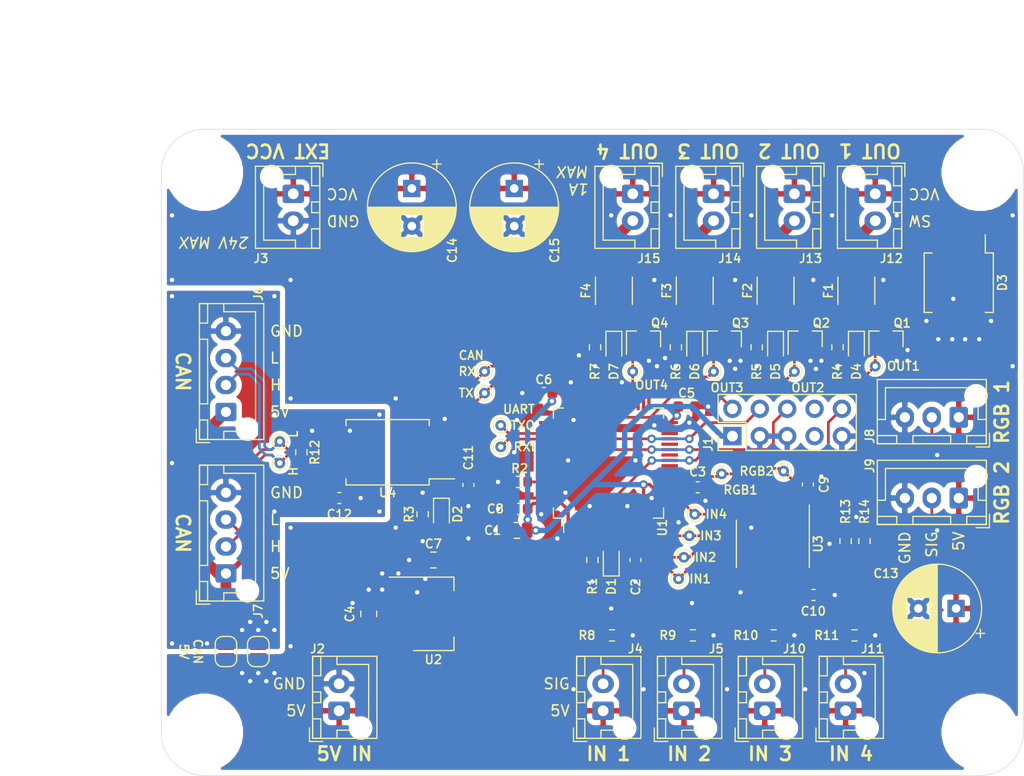
<source format=kicad_pcb>
(kicad_pcb (version 20171130) (host pcbnew 5.1.10)
  (title_block (title "AUTOTANK LED CONTROL MODULE") (date 2021-06-13) (rev v1.0) (company "IAN GLEN <IAN@IANGLEN.ME>"))
  (layers (0 F.Cu mixed) (31 B.Cu mixed) (35 F.Paste user) (37 F.SilkS user) (38 B.Mask user) (39 F.Mask user) (44 Edge.Cuts user))
  (net 0 "")
  (net 1 +3V3)
  (net 2 GND)
  (net 3 +5V)
  (net 4 VCAN)
  (net 5 GNDCAN)
  (net 6 VCC)
  (net 7 /STATUS)
  (net 8 "Net-(D1-Pad1)")
  (net 9 "Net-(D2-Pad1)")
  (net 10 /OUT1_HV)
  (net 11 /OUT2_HV)
  (net 12 /OUT3_HV)
  (net 13 /OUT4_HV)
  (net 14 /OUT1)
  (net 15 "Net-(D4-Pad1)")
  (net 16 "Net-(D5-Pad1)")
  (net 17 /OUT2)
  (net 18 "Net-(D6-Pad1)")
  (net 19 /OUT3)
  (net 20 "Net-(D7-Pad1)")
  (net 21 /OUT4)
  (net 22 "Net-(F1-Pad2)")
  (net 23 "Net-(F2-Pad2)")
  (net 24 "Net-(F3-Pad2)")
  (net 25 "Net-(F4-Pad2)")
  (net 26 /SWDIO)
  (net 27 /SWCLK)
  (net 28 /SWO)
  (net 29 /~RESET)
  (net 30 /IN1_5V)
  (net 31 /IN2_5V)
  (net 32 /CAN-)
  (net 33 /CAN+)
  (net 34 "Net-(J8-Pad2)")
  (net 35 "Net-(J9-Pad2)")
  (net 36 /IN3_5V)
  (net 37 /IN4_5V)
  (net 38 "Net-(R2-Pad1)")
  (net 39 /RGB1_5V)
  (net 40 /RGB2_5V)
  (net 41 /UART_TXO)
  (net 42 /UART_RXI)
  (net 43 /RGB1)
  (net 44 /RGB2)
  (net 45 /CAN_RX)
  (net 46 /CAN_TX)
  (net 47 /IN1)
  (net 48 /IN2)
  (net 49 /IN3)
  (net 50 /IN4)
  (module led-controller:OSHW-Logo_5.7x6mm_Mask (layer F.Cu) (at 133.5 95)
    (fp_text reference REF** hide)
    (fp_text value OSHW-Logo_5.7x6mm_Mask hide)
  )
  (module Package_TO_SOT_SMD:SOT-223-3_TabPin2 (layer F.Cu) (at 125.25 95)
    (fp_text reference U2 (at 0 4.25) (layer F.SilkS) (effects (font (size 0.8 0.8))))
    (fp_text value AZ1117-3.3)
    (pad 2 smd rect (at 3.15 0) (size 2 3.8) (layers F.Cu F.Paste F.Mask) (net 1 +3V3))
    (pad 2 smd rect (at -3.15 0) (size 2 1.5) (layers F.Cu F.Paste F.Mask) (net 1 +3V3))
    (pad 3 smd rect (at -3.15 2.3) (size 2 1.5) (layers F.Cu F.Paste F.Mask) (net 3 +5V))
    (pad 1 smd rect (at -3.15 -2.3) (size 2 1.5) (layers F.Cu F.Paste F.Mask) (net 2 GND))
  )
  (module Capacitor_THT:CP_Radial_D8.0mm_P3.50mm (layer F.Cu) (at 123.25 55.5 270)
    (fp_text reference C14 (at 5.75 -3.75 90) (layer F.SilkS) (effects (font (size 0.8 0.8))))
    (fp_text value 220u)
    (pad 2 thru_hole circle (at 3.5 0 270) (size 1.6 1.6) (drill 0.8) (layers *.Cu *.Mask) (net 2 GND))
    (pad 1 thru_hole rect (at 0 0 270) (size 1.6 1.6) (drill 0.8) (layers *.Cu *.Mask) (net 6 VCC))
  )
  (module Capacitor_SMD:C_0805_2012Metric (layer F.Cu) (at 133 87.25 180)
    (fp_text reference C1 (at 2.25 0) (layer F.SilkS) (effects (font (size 0.8 0.8))))
    (fp_text value 4.7u)
    (pad 1 smd roundrect (at -0.95 0 180) (size 1 1.45) (layers F.Cu F.Paste F.Mask) (net 1 +3V3))
    (pad 2 smd roundrect (at 0.95 0 180) (size 1 1.45) (layers F.Cu F.Paste F.Mask) (net 2 GND))
  )
  (module Capacitor_SMD:C_0603_1608Metric (layer F.Cu) (at 144 90 270)
    (fp_text reference C2 (at 2.5 -0.025 90) (layer F.SilkS) (effects (font (size 0.8 0.8))))
    (fp_text value 0.1u)
    (pad 1 smd roundrect (at -0.775 0 270) (size 0.9 0.95) (layers F.Cu F.Paste F.Mask) (net 1 +3V3))
    (pad 2 smd roundrect (at 0.775 0 270) (size 0.9 0.95) (layers F.Cu F.Paste F.Mask) (net 2 GND))
  )
  (module Capacitor_SMD:C_0603_1608Metric (layer F.Cu) (at 149.775 83.25)
    (fp_text reference C3 (at 0 -1.43) (layer F.SilkS) (effects (font (size 0.8 0.8))))
    (fp_text value 0.1u)
    (pad 2 smd roundrect (at 0.775 0) (size 0.9 0.95) (layers F.Cu F.Paste F.Mask) (net 2 GND))
    (pad 1 smd roundrect (at -0.775 0) (size 0.9 0.95) (layers F.Cu F.Paste F.Mask) (net 1 +3V3))
  )
  (module Capacitor_SMD:C_0805_2012Metric (layer F.Cu) (at 119.25 95 270)
    (fp_text reference C4 (at 0 1.75 90) (layer F.SilkS) (effects (font (size 0.8 0.8))))
    (fp_text value 10u)
    (pad 2 smd roundrect (at 0.95 0 270) (size 1 1.45) (layers F.Cu F.Paste F.Mask) (net 3 +5V))
    (pad 1 smd roundrect (at -0.95 0 270) (size 1 1.45) (layers F.Cu F.Paste F.Mask) (net 2 GND))
  )
  (module Capacitor_SMD:C_0603_1608Metric (layer F.Cu) (at 148.75 75.75)
    (fp_text reference C5 (at 0 -1.25) (layer F.SilkS) (effects (font (size 0.8 0.8))))
    (fp_text value 0.1u)
    (pad 1 smd roundrect (at -0.775 0) (size 0.9 0.95) (layers F.Cu F.Paste F.Mask) (net 1 +3V3))
    (pad 2 smd roundrect (at 0.775 0) (size 0.9 0.95) (layers F.Cu F.Paste F.Mask) (net 2 GND))
  )
  (module Capacitor_SMD:C_0603_1608Metric (layer F.Cu) (at 135.5 74.5 180)
    (fp_text reference C6 (at 0 1.25) (layer F.SilkS) (effects (font (size 0.8 0.8))))
    (fp_text value 0.1u)
    (pad 2 smd roundrect (at 0.775 0 180) (size 0.9 0.95) (layers F.Cu F.Paste F.Mask) (net 2 GND))
    (pad 1 smd roundrect (at -0.775 0 180) (size 0.9 0.95) (layers F.Cu F.Paste F.Mask) (net 1 +3V3))
  )
  (module Capacitor_SMD:C_0805_2012Metric (layer F.Cu) (at 125.25 90 180)
    (fp_text reference C7 (at 0 1.5) (layer F.SilkS) (effects (font (size 0.8 0.8))))
    (fp_text value 10u)
    (pad 1 smd roundrect (at -0.95 0 180) (size 1 1.45) (layers F.Cu F.Paste F.Mask) (net 1 +3V3))
    (pad 2 smd roundrect (at 0.95 0 180) (size 1 1.45) (layers F.Cu F.Paste F.Mask) (net 2 GND))
  )
  (module Capacitor_SMD:C_0603_1608Metric (layer F.Cu) (at 133.225 85.25 180)
    (fp_text reference C8 (at 2.225 0) (layer F.SilkS) (effects (font (size 0.8 0.8))))
    (fp_text value 0.1u)
    (pad 1 smd roundrect (at -0.775 0 180) (size 0.9 0.95) (layers F.Cu F.Paste F.Mask) (net 1 +3V3))
    (pad 2 smd roundrect (at 0.775 0 180) (size 0.9 0.95) (layers F.Cu F.Paste F.Mask) (net 2 GND))
  )
  (module Capacitor_SMD:C_0603_1608Metric (layer F.Cu) (at 160 82.975 90)
    (fp_text reference C9 (at -0.025 1.5 90) (layer F.SilkS) (effects (font (size 0.8 0.8))))
    (fp_text value 0.1u)
    (pad 1 smd roundrect (at -0.775 0 90) (size 0.9 0.95) (layers F.Cu F.Paste F.Mask) (net 1 +3V3))
    (pad 2 smd roundrect (at 0.775 0 90) (size 0.9 0.95) (layers F.Cu F.Paste F.Mask) (net 2 GND))
  )
  (module Capacitor_SMD:C_0603_1608Metric (layer F.Cu) (at 160.525 93.25)
    (fp_text reference C10 (at -0.025 1.5) (layer F.SilkS) (effects (font (size 0.8 0.8))))
    (fp_text value 0.1u)
    (pad 2 smd roundrect (at 0.775 0) (size 0.9 0.95) (layers F.Cu F.Paste F.Mask) (net 2 GND))
    (pad 1 smd roundrect (at -0.775 0) (size 0.9 0.95) (layers F.Cu F.Paste F.Mask) (net 3 +5V))
  )
  (module Capacitor_SMD:C_0603_1608Metric (layer F.Cu) (at 128.5 83.025 270)
    (fp_text reference C11 (at -2.525 0 90) (layer F.SilkS) (effects (font (size 0.8 0.8))))
    (fp_text value 0.1u)
    (pad 2 smd roundrect (at 0.775 0 270) (size 0.9 0.95) (layers F.Cu F.Paste F.Mask) (net 2 GND))
    (pad 1 smd roundrect (at -0.775 0 270) (size 0.9 0.95) (layers F.Cu F.Paste F.Mask) (net 1 +3V3))
  )
  (module Capacitor_SMD:C_0603_1608Metric (layer F.Cu) (at 116.525 84.25)
    (fp_text reference C12 (at 0 1.5) (layer F.SilkS) (effects (font (size 0.8 0.8))))
    (fp_text value 0.1u)
    (pad 1 smd roundrect (at -0.775 0) (size 0.9 0.95) (layers F.Cu F.Paste F.Mask) (net 4 VCAN))
    (pad 2 smd roundrect (at 0.775 0) (size 0.9 0.95) (layers F.Cu F.Paste F.Mask) (net 5 GNDCAN))
  )
  (module LED_SMD:LED_0603_1608Metric (layer F.Cu) (at 141.75 90 90)
    (fp_text reference D1 (at -2.4625 0 90) (layer F.SilkS) (effects (font (size 0.8 0.8))))
    (fp_text value BLUE)
    (pad 2 smd roundrect (at 0.7875 0 90) (size 0.875 0.95) (layers F.Cu F.Paste F.Mask) (net 7 /STATUS))
    (pad 1 smd roundrect (at -0.7875 0 90) (size 0.875 0.95) (layers F.Cu F.Paste F.Mask) (net 8 "Net-(D1-Pad1)"))
  )
  (module LED_SMD:LED_0603_1608Metric (layer F.Cu) (at 126 85.75 270)
    (fp_text reference D2 (at 0 -1.5 90) (layer F.SilkS) (effects (font (size 0.8 0.8))))
    (fp_text value GREEN)
    (pad 2 smd roundrect (at 0.7875 0 270) (size 0.875 0.95) (layers F.Cu F.Paste F.Mask) (net 1 +3V3))
    (pad 1 smd roundrect (at -0.7875 0 270) (size 0.875 0.95) (layers F.Cu F.Paste F.Mask) (net 9 "Net-(D2-Pad1)"))
  )
  (module Package_SO:SO-8_5.3x6.2mm_P1.27mm (layer F.Cu) (at 174 64.25 270)
    (fp_text reference D3 (at 0 -4.05 90) (layer F.SilkS) (effects (font (size 0.8 0.8))))
    (fp_text value SMDA24C)
    (pad 1 smd roundrect (at -3.5 -1.905 270) (size 1.9 0.6) (layers F.Cu F.Paste F.Mask) (net 10 /OUT1_HV))
    (pad 2 smd roundrect (at -3.5 -0.635 270) (size 1.9 0.6) (layers F.Cu F.Paste F.Mask) (net 11 /OUT2_HV))
    (pad 3 smd roundrect (at -3.5 0.635 270) (size 1.9 0.6) (layers F.Cu F.Paste F.Mask) (net 12 /OUT3_HV))
    (pad 4 smd roundrect (at -3.5 1.905 270) (size 1.9 0.6) (layers F.Cu F.Paste F.Mask) (net 13 /OUT4_HV))
    (pad 5 smd roundrect (at 3.5 1.905 270) (size 1.9 0.6) (layers F.Cu F.Paste F.Mask) (net 2 GND))
    (pad 6 smd roundrect (at 3.5 0.635 270) (size 1.9 0.6) (layers F.Cu F.Paste F.Mask) (net 2 GND))
    (pad 7 smd roundrect (at 3.5 -0.635 270) (size 1.9 0.6) (layers F.Cu F.Paste F.Mask) (net 2 GND))
    (pad 8 smd roundrect (at 3.5 -1.905 270) (size 1.9 0.6) (layers F.Cu F.Paste F.Mask) (net 2 GND))
  )
  (module LED_SMD:LED_0603_1608Metric (layer F.Cu) (at 164.5 70.25 270)
    (fp_text reference D4 (at 2.25 0 90) (layer F.SilkS) (effects (font (size 0.8 0.8))))
    (fp_text value RED)
    (pad 2 smd roundrect (at 0.7875 0 270) (size 0.875 0.95) (layers F.Cu F.Paste F.Mask) (net 14 /OUT1))
    (pad 1 smd roundrect (at -0.7875 0 270) (size 0.875 0.95) (layers F.Cu F.Paste F.Mask) (net 15 "Net-(D4-Pad1)"))
  )
  (module LED_SMD:LED_0603_1608Metric (layer F.Cu) (at 157 70.25 270)
    (fp_text reference D5 (at 2.25 0 90) (layer F.SilkS) (effects (font (size 0.8 0.8))))
    (fp_text value RED)
    (pad 1 smd roundrect (at -0.7875 0 270) (size 0.875 0.95) (layers F.Cu F.Paste F.Mask) (net 16 "Net-(D5-Pad1)"))
    (pad 2 smd roundrect (at 0.7875 0 270) (size 0.875 0.95) (layers F.Cu F.Paste F.Mask) (net 17 /OUT2))
  )
  (module LED_SMD:LED_0603_1608Metric (layer F.Cu) (at 149.5 70.25 270)
    (fp_text reference D6 (at 2.25 0 90) (layer F.SilkS) (effects (font (size 0.8 0.8))))
    (fp_text value RED)
    (pad 1 smd roundrect (at -0.7875 0 270) (size 0.875 0.95) (layers F.Cu F.Paste F.Mask) (net 18 "Net-(D6-Pad1)"))
    (pad 2 smd roundrect (at 0.7875 0 270) (size 0.875 0.95) (layers F.Cu F.Paste F.Mask) (net 19 /OUT3))
  )
  (module LED_SMD:LED_0603_1608Metric (layer F.Cu) (at 142 70.25 270)
    (fp_text reference D7 (at 2.25 0 90) (layer F.SilkS) (effects (font (size 0.8 0.8))))
    (fp_text value RED)
    (pad 1 smd roundrect (at -0.7875 0 270) (size 0.875 0.95) (layers F.Cu F.Paste F.Mask) (net 20 "Net-(D7-Pad1)"))
    (pad 2 smd roundrect (at 0.7875 0 270) (size 0.875 0.95) (layers F.Cu F.Paste F.Mask) (net 21 /OUT4))
  )
  (module Connector_PinHeader_2.54mm:PinHeader_2x05_P2.54mm_Vertical (layer F.Cu) (at 153 78.5 90)
    (fp_text reference J1 (at -0.75 -2.25 90) (layer F.SilkS) (effects (font (size 0.8 0.8))))
    (fp_text value SWD)
    (pad 1 thru_hole rect (at 0 0 90) (size 1.7 1.7) (drill 1) (layers *.Cu *.Mask) (net 1 +3V3))
    (pad 2 thru_hole oval (at 2.54 0 90) (size 1.7 1.7) (drill 1) (layers *.Cu *.Mask) (net 26 /SWDIO))
    (pad 3 thru_hole oval (at 0 2.54 90) (size 1.7 1.7) (drill 1) (layers *.Cu *.Mask) (net 2 GND))
    (pad 4 thru_hole oval (at 2.54 2.54 90) (size 1.7 1.7) (drill 1) (layers *.Cu *.Mask) (net 27 /SWCLK))
    (pad 5 thru_hole oval (at 0 5.08 90) (size 1.7 1.7) (drill 1) (layers *.Cu *.Mask) (net 2 GND))
    (pad 6 thru_hole oval (at 2.54 5.08 90) (size 1.7 1.7) (drill 1) (layers *.Cu *.Mask) (net 28 /SWO))
    (pad 7 thru_hole oval (at 0 7.62 90) (size 1.7 1.7) (drill 1) (layers *.Cu *.Mask))
    (pad 8 thru_hole oval (at 2.54 7.62 90) (size 1.7 1.7) (drill 1) (layers *.Cu *.Mask))
    (pad 9 thru_hole oval (at 0 10.16 90) (size 1.7 1.7) (drill 1) (layers *.Cu *.Mask) (net 2 GND))
    (pad 10 thru_hole oval (at 2.54 10.16 90) (size 1.7 1.7) (drill 1) (layers *.Cu *.Mask) (net 29 /~RESET))
  )
  (module Connector_JST:JST_XH_B2B-XH-AM_1x02_P2.50mm_Vertical (layer F.Cu) (at 116.5 104 90)
    (fp_text reference J2 (at 5.75 -2 180) (layer F.SilkS) (effects (font (size 0.8 0.8))))
    (fp_text value +5V)
    (pad 1 thru_hole roundrect (at 0 0 90) (size 1.7 2) (drill 1) (layers *.Cu *.Mask) (roundrect_rratio 0.1470588235294118) (net 3 +5V))
    (pad 2 thru_hole oval (at 2.5 0 90) (size 1.7 2) (drill 1) (layers *.Cu *.Mask) (net 2 GND))
    (pad "" np_thru_hole circle (at -1.6 2 90) (size 1.2 1.2) (drill 1.2) (layers *.Cu *.Mask))
  )
  (module Connector_JST:JST_XH_B2B-XH-AM_1x02_P2.50mm_Vertical (layer F.Cu) (at 112.25 56 270)
    (fp_text reference J3 (at 6 3) (layer F.SilkS) (effects (font (size 0.8 0.8))))
    (fp_text value VCC)
    (pad "" np_thru_hole circle (at -1.6 2 270) (size 1.2 1.2) (drill 1.2) (layers *.Cu *.Mask))
    (pad 2 thru_hole oval (at 2.5 0 270) (size 1.7 2) (drill 1) (layers *.Cu *.Mask) (net 2 GND))
    (pad 1 thru_hole roundrect (at 0 0 270) (size 1.7 2) (drill 1) (layers *.Cu *.Mask) (roundrect_rratio 0.1470588235294118) (net 6 VCC))
  )
  (module Connector_JST:JST_XH_B2B-XH-AM_1x02_P2.50mm_Vertical (layer F.Cu) (at 141 104 90)
    (fp_text reference J4 (at 5.75 3 180) (layer F.SilkS) (effects (font (size 0.8 0.8))))
    (fp_text value IN1)
    (pad 1 thru_hole roundrect (at 0 0 90) (size 1.7 2) (drill 1) (layers *.Cu *.Mask) (roundrect_rratio 0.1470588235294118) (net 3 +5V))
    (pad 2 thru_hole oval (at 2.5 0 90) (size 1.7 2) (drill 1) (layers *.Cu *.Mask) (net 30 /IN1_5V))
    (pad "" np_thru_hole circle (at -1.6 2 90) (size 1.2 1.2) (drill 1.2) (layers *.Cu *.Mask))
  )
  (module Connector_JST:JST_XH_B2B-XH-AM_1x02_P2.50mm_Vertical (layer F.Cu) (at 148.5 104 90)
    (fp_text reference J5 (at 5.75 3 180) (layer F.SilkS) (effects (font (size 0.8 0.8))))
    (fp_text value IN2)
    (pad 1 thru_hole roundrect (at 0 0 90) (size 1.7 2) (drill 1) (layers *.Cu *.Mask) (roundrect_rratio 0.1470588235294118) (net 3 +5V))
    (pad 2 thru_hole oval (at 2.5 0 90) (size 1.7 2) (drill 1) (layers *.Cu *.Mask) (net 31 /IN2_5V))
    (pad "" np_thru_hole circle (at -1.6 2 90) (size 1.2 1.2) (drill 1.2) (layers *.Cu *.Mask))
  )
  (module Connector_JST:JST_XH_B4B-XH-AM_1x04_P2.50mm_Vertical (layer F.Cu) (at 106 76.25 90)
    (fp_text reference J6 (at 11 3 270) (layer F.SilkS) (effects (font (size 0.8 0.8))))
    (fp_text value CAN)
    (pad "" np_thru_hole circle (at -1.6 2 90) (size 1.2 1.2) (drill 1.2) (layers *.Cu *.Mask))
    (pad 4 thru_hole oval (at 7.5 0 90) (size 1.7 1.95) (drill 0.95) (layers *.Cu *.Mask) (net 5 GNDCAN))
    (pad 3 thru_hole oval (at 5 0 90) (size 1.7 1.95) (drill 0.95) (layers *.Cu *.Mask) (net 32 /CAN-))
    (pad 2 thru_hole oval (at 2.5 0 90) (size 1.7 1.95) (drill 0.95) (layers *.Cu *.Mask) (net 33 /CAN+))
    (pad 1 thru_hole roundrect (at 0 0 90) (size 1.7 1.95) (drill 0.95) (layers *.Cu *.Mask) (roundrect_rratio 0.1470588235294118) (net 4 VCAN))
  )
  (module Connector_JST:JST_XH_B4B-XH-AM_1x04_P2.50mm_Vertical (layer F.Cu) (at 106 91.25 90)
    (fp_text reference J7 (at -3.5 3 90) (layer F.SilkS) (effects (font (size 0.8 0.8))))
    (fp_text value CAN)
    (pad 1 thru_hole roundrect (at 0 0 90) (size 1.7 1.95) (drill 0.95) (layers *.Cu *.Mask) (roundrect_rratio 0.1470588235294118) (net 4 VCAN))
    (pad 2 thru_hole oval (at 2.5 0 90) (size 1.7 1.95) (drill 0.95) (layers *.Cu *.Mask) (net 33 /CAN+))
    (pad 3 thru_hole oval (at 5 0 90) (size 1.7 1.95) (drill 0.95) (layers *.Cu *.Mask) (net 32 /CAN-))
    (pad 4 thru_hole oval (at 7.5 0 90) (size 1.7 1.95) (drill 0.95) (layers *.Cu *.Mask) (net 5 GNDCAN))
    (pad "" np_thru_hole circle (at -1.6 2 90) (size 1.2 1.2) (drill 1.2) (layers *.Cu *.Mask))
  )
  (module Connector_JST:JST_XH_B3B-XH-AM_1x03_P2.50mm_Vertical (layer F.Cu) (at 174 76.75 180)
    (fp_text reference J8 (at 8.25 -1.75 90) (layer F.SilkS) (effects (font (size 0.8 0.8))))
    (fp_text value RGB1)
    (pad "" np_thru_hole circle (at -1.6 2 180) (size 1.2 1.2) (drill 1.2) (layers *.Cu *.Mask))
    (pad 3 thru_hole oval (at 5 0 180) (size 1.7 1.95) (drill 0.95) (layers *.Cu *.Mask) (net 2 GND))
    (pad 2 thru_hole oval (at 2.5 0 180) (size 1.7 1.95) (drill 0.95) (layers *.Cu *.Mask) (net 34 "Net-(J8-Pad2)"))
    (pad 1 thru_hole roundrect (at 0 0 180) (size 1.7 1.95) (drill 0.95) (layers *.Cu *.Mask) (roundrect_rratio 0.1470588235294118) (net 3 +5V))
  )
  (module Connector_JST:JST_XH_B3B-XH-AM_1x03_P2.50mm_Vertical (layer F.Cu) (at 174 84.25 180)
    (fp_text reference J9 (at 8.25 3 90) (layer F.SilkS) (effects (font (size 0.8 0.8))))
    (fp_text value RGB2)
    (pad 1 thru_hole roundrect (at 0 0 180) (size 1.7 1.95) (drill 0.95) (layers *.Cu *.Mask) (roundrect_rratio 0.1470588235294118) (net 3 +5V))
    (pad 2 thru_hole oval (at 2.5 0 180) (size 1.7 1.95) (drill 0.95) (layers *.Cu *.Mask) (net 35 "Net-(J9-Pad2)"))
    (pad 3 thru_hole oval (at 5 0 180) (size 1.7 1.95) (drill 0.95) (layers *.Cu *.Mask) (net 2 GND))
    (pad "" np_thru_hole circle (at -1.6 2 180) (size 1.2 1.2) (drill 1.2) (layers *.Cu *.Mask))
  )
  (module Connector_JST:JST_XH_B2B-XH-AM_1x02_P2.50mm_Vertical (layer F.Cu) (at 156 104 90)
    (fp_text reference J10 (at 5.75 2.75 180) (layer F.SilkS) (effects (font (size 0.8 0.8))))
    (fp_text value IN3)
    (pad "" np_thru_hole circle (at -1.6 2 90) (size 1.2 1.2) (drill 1.2) (layers *.Cu *.Mask))
    (pad 2 thru_hole oval (at 2.5 0 90) (size 1.7 2) (drill 1) (layers *.Cu *.Mask) (net 36 /IN3_5V))
    (pad 1 thru_hole roundrect (at 0 0 90) (size 1.7 2) (drill 1) (layers *.Cu *.Mask) (roundrect_rratio 0.1470588235294118) (net 3 +5V))
  )
  (module Connector_JST:JST_XH_B2B-XH-AM_1x02_P2.50mm_Vertical (layer F.Cu) (at 163.5 104 90)
    (fp_text reference J11 (at 5.75 2.5 180) (layer F.SilkS) (effects (font (size 0.8 0.8))))
    (fp_text value IN4)
    (pad "" np_thru_hole circle (at -1.6 2 90) (size 1.2 1.2) (drill 1.2) (layers *.Cu *.Mask))
    (pad 2 thru_hole oval (at 2.5 0 90) (size 1.7 2) (drill 1) (layers *.Cu *.Mask) (net 37 /IN4_5V))
    (pad 1 thru_hole roundrect (at 0 0 90) (size 1.7 2) (drill 1) (layers *.Cu *.Mask) (roundrect_rratio 0.1470588235294118) (net 3 +5V))
  )
  (module Connector_JST:JST_XH_B2B-XH-AM_1x02_P2.50mm_Vertical (layer F.Cu) (at 166.25 56 270)
    (fp_text reference J12 (at 6 -1.5 180) (layer F.SilkS) (effects (font (size 0.8 0.8))))
    (fp_text value OUT1)
    (pad 1 thru_hole roundrect (at 0 0 270) (size 1.7 2) (drill 1) (layers *.Cu *.Mask) (roundrect_rratio 0.1470588235294118) (net 6 VCC))
    (pad 2 thru_hole oval (at 2.5 0 270) (size 1.7 2) (drill 1) (layers *.Cu *.Mask) (net 22 "Net-(F1-Pad2)"))
    (pad "" np_thru_hole circle (at -1.6 2 270) (size 1.2 1.2) (drill 1.2) (layers *.Cu *.Mask))
  )
  (module Connector_JST:JST_XH_B2B-XH-AM_1x02_P2.50mm_Vertical (layer F.Cu) (at 158.75 56 270)
    (fp_text reference J13 (at 6 -1.5) (layer F.SilkS) (effects (font (size 0.8 0.8))))
    (fp_text value OUT2)
    (pad "" np_thru_hole circle (at -1.6 2 270) (size 1.2 1.2) (drill 1.2) (layers *.Cu *.Mask))
    (pad 2 thru_hole oval (at 2.5 0 270) (size 1.7 2) (drill 1) (layers *.Cu *.Mask) (net 23 "Net-(F2-Pad2)"))
    (pad 1 thru_hole roundrect (at 0 0 270) (size 1.7 2) (drill 1) (layers *.Cu *.Mask) (roundrect_rratio 0.1470588235294118) (net 6 VCC))
  )
  (module Connector_JST:JST_XH_B2B-XH-AM_1x02_P2.50mm_Vertical (layer F.Cu) (at 151.25 56 270)
    (fp_text reference J14 (at 6 -1.5) (layer F.SilkS) (effects (font (size 0.8 0.8))))
    (fp_text value OUT3)
    (pad 1 thru_hole roundrect (at 0 0 270) (size 1.7 2) (drill 1) (layers *.Cu *.Mask) (roundrect_rratio 0.1470588235294118) (net 6 VCC))
    (pad 2 thru_hole oval (at 2.5 0 270) (size 1.7 2) (drill 1) (layers *.Cu *.Mask) (net 24 "Net-(F3-Pad2)"))
    (pad "" np_thru_hole circle (at -1.6 2 270) (size 1.2 1.2) (drill 1.2) (layers *.Cu *.Mask))
  )
  (module Connector_JST:JST_XH_B2B-XH-AM_1x02_P2.50mm_Vertical (layer F.Cu) (at 143.75 56 270)
    (fp_text reference J15 (at 6 -1.5 180) (layer F.SilkS) (effects (font (size 0.8 0.8))))
    (fp_text value OUT4)
    (pad "" np_thru_hole circle (at -1.6 2 270) (size 1.2 1.2) (drill 1.2) (layers *.Cu *.Mask))
    (pad 2 thru_hole oval (at 2.5 0 270) (size 1.7 2) (drill 1) (layers *.Cu *.Mask) (net 25 "Net-(F4-Pad2)"))
    (pad 1 thru_hole roundrect (at 0 0 270) (size 1.7 2) (drill 1) (layers *.Cu *.Mask) (roundrect_rratio 0.1470588235294118) (net 6 VCC))
  )
  (module Jumper:SolderJumper-2_P1.3mm_Open_RoundedPad1.0x1.5mm (layer F.Cu) (at 106 98.5 90)
    (fp_text reference JP2 hide)
    (fp_text value SolderJumper_2_Open hide)
    (pad 2 smd custom (at 0.65 0 90) (size 1 0.5) (layers F.Cu F.Mask) (net 4 VCAN) (options (clearance outline) (anchor rect)) (primitives (gr_circle (center 0 0.25) (end 0.5 0.25) (width 0)) (gr_circle (center 0 -0.25) (end 0.5 -0.25) (width 0)) (gr_poly (pts (xy 0 -0.75) (xy -0.5 -0.75) (xy -0.5 0.75) (xy 0 0.75)) (width 0))))
    (pad 1 smd custom (at -0.65 0 90) (size 1 0.5) (layers F.Cu F.Mask) (net 3 +5V) (options (clearance outline) (anchor rect)) (primitives (gr_circle (center 0 0.25) (end 0.5 0.25) (width 0)) (gr_circle (center 0 -0.25) (end 0.5 -0.25) (width 0)) (gr_poly (pts (xy 0 -0.75) (xy 0.5 -0.75) (xy 0.5 0.75) (xy 0 0.75)) (width 0))))
  )
  (module Jumper:SolderJumper-2_P1.3mm_Open_RoundedPad1.0x1.5mm (layer F.Cu) (at 109 98.5 90)
    (fp_text reference JP3 hide)
    (fp_text value SolderJumper_2_Open hide)
    (pad 1 smd custom (at -0.65 0 90) (size 1 0.5) (layers F.Cu F.Mask) (net 2 GND) (options (clearance outline) (anchor rect)) (primitives (gr_circle (center 0 0.25) (end 0.5 0.25) (width 0)) (gr_circle (center 0 -0.25) (end 0.5 -0.25) (width 0)) (gr_poly (pts (xy 0 -0.75) (xy 0.5 -0.75) (xy 0.5 0.75) (xy 0 0.75)) (width 0))))
    (pad 2 smd custom (at 0.65 0 90) (size 1 0.5) (layers F.Cu F.Mask) (net 5 GNDCAN) (options (clearance outline) (anchor rect)) (primitives (gr_circle (center 0 0.25) (end 0.5 0.25) (width 0)) (gr_circle (center 0 -0.25) (end 0.5 -0.25) (width 0)) (gr_poly (pts (xy 0 -0.75) (xy -0.5 -0.75) (xy -0.5 0.75) (xy 0 0.75)) (width 0))))
  )
  (module Package_TO_SOT_SMD:SOT-23 (layer F.Cu) (at 167.25 69.5 90)
    (fp_text reference Q1 (at 1.5 1.5 180) (layer F.SilkS) (effects (font (size 0.8 0.8))))
    (fp_text value DMN3053L)
    (pad 1 smd rect (at -1 -0.95 90) (size 0.9 0.8) (layers F.Cu F.Paste F.Mask) (net 14 /OUT1))
    (pad 2 smd rect (at -1 0.95 90) (size 0.9 0.8) (layers F.Cu F.Paste F.Mask) (net 2 GND))
    (pad 3 smd rect (at 1 0 90) (size 0.9 0.8) (layers F.Cu F.Paste F.Mask) (net 10 /OUT1_HV))
  )
  (module Package_TO_SOT_SMD:SOT-23 (layer F.Cu) (at 159.75 69.5 90)
    (fp_text reference Q2 (at 1.5 1.5) (layer F.SilkS) (effects (font (size 0.8 0.8))))
    (fp_text value DMN3053L)
    (pad 3 smd rect (at 1 0 90) (size 0.9 0.8) (layers F.Cu F.Paste F.Mask) (net 11 /OUT2_HV))
    (pad 2 smd rect (at -1 0.95 90) (size 0.9 0.8) (layers F.Cu F.Paste F.Mask) (net 2 GND))
    (pad 1 smd rect (at -1 -0.95 90) (size 0.9 0.8) (layers F.Cu F.Paste F.Mask) (net 17 /OUT2))
  )
  (module Package_TO_SOT_SMD:SOT-23 (layer F.Cu) (at 152.25 69.5 90)
    (fp_text reference Q3 (at 1.5 1.5 180) (layer F.SilkS) (effects (font (size 0.8 0.8))))
    (fp_text value DMN3053L)
    (pad 1 smd rect (at -1 -0.95 90) (size 0.9 0.8) (layers F.Cu F.Paste F.Mask) (net 19 /OUT3))
    (pad 2 smd rect (at -1 0.95 90) (size 0.9 0.8) (layers F.Cu F.Paste F.Mask) (net 2 GND))
    (pad 3 smd rect (at 1 0 90) (size 0.9 0.8) (layers F.Cu F.Paste F.Mask) (net 12 /OUT3_HV))
  )
  (module Package_TO_SOT_SMD:SOT-23 (layer F.Cu) (at 144.75 69.5 90)
    (fp_text reference Q4 (at 1.5 1.5 180) (layer F.SilkS) (effects (font (size 0.8 0.8))))
    (fp_text value DMN3053L)
    (pad 3 smd rect (at 1 0 90) (size 0.9 0.8) (layers F.Cu F.Paste F.Mask) (net 13 /OUT4_HV))
    (pad 2 smd rect (at -1 0.95 90) (size 0.9 0.8) (layers F.Cu F.Paste F.Mask) (net 2 GND))
    (pad 1 smd rect (at -1 -0.95 90) (size 0.9 0.8) (layers F.Cu F.Paste F.Mask) (net 21 /OUT4))
  )
  (module Resistor_SMD:R_0603_1608Metric (layer F.Cu) (at 140 90 270)
    (fp_text reference R1 (at 2.425 0 90) (layer F.SilkS) (effects (font (size 0.8 0.8))))
    (fp_text value 330)
    (pad 1 smd roundrect (at -0.825 0 270) (size 0.8 0.95) (layers F.Cu F.Paste F.Mask) (net 8 "Net-(D1-Pad1)"))
    (pad 2 smd roundrect (at 0.825 0 270) (size 0.8 0.95) (layers F.Cu F.Paste F.Mask) (net 2 GND))
  )
  (module Resistor_SMD:R_0603_1608Metric (layer F.Cu) (at 133.175 82.75 180)
    (fp_text reference R2 (at -0.075 1.25) (layer F.SilkS) (effects (font (size 0.8 0.8))))
    (fp_text value 10K)
    (pad 2 smd roundrect (at 0.825 0 180) (size 0.8 0.95) (layers F.Cu F.Paste F.Mask) (net 2 GND))
    (pad 1 smd roundrect (at -0.825 0 180) (size 0.8 0.95) (layers F.Cu F.Paste F.Mask) (net 38 "Net-(R2-Pad1)"))
  )
  (module Resistor_SMD:R_0603_1608Metric (layer F.Cu) (at 124.25 85.75 90)
    (fp_text reference R3 (at 0 -1.25 90) (layer F.SilkS) (effects (font (size 0.8 0.8))))
    (fp_text value 1K)
    (pad 2 smd roundrect (at 0.825 0 90) (size 0.8 0.95) (layers F.Cu F.Paste F.Mask) (net 2 GND))
    (pad 1 smd roundrect (at -0.825 0 90) (size 0.8 0.95) (layers F.Cu F.Paste F.Mask) (net 9 "Net-(D2-Pad1)"))
  )
  (module Resistor_SMD:R_0603_1608Metric (layer F.Cu) (at 162.75 70.25 90)
    (fp_text reference R4 (at -2.25 0 90) (layer F.SilkS) (effects (font (size 0.8 0.8))))
    (fp_text value 1K)
    (pad 2 smd roundrect (at 0.825 0 90) (size 0.8 0.95) (layers F.Cu F.Paste F.Mask) (net 15 "Net-(D4-Pad1)"))
    (pad 1 smd roundrect (at -0.825 0 90) (size 0.8 0.95) (layers F.Cu F.Paste F.Mask) (net 2 GND))
  )
  (module Resistor_SMD:R_0603_1608Metric (layer F.Cu) (at 155.25 70.25 90)
    (fp_text reference R5 (at -2.25 0 90) (layer F.SilkS) (effects (font (size 0.8 0.8))))
    (fp_text value 1K)
    (pad 2 smd roundrect (at 0.825 0 90) (size 0.8 0.95) (layers F.Cu F.Paste F.Mask) (net 16 "Net-(D5-Pad1)"))
    (pad 1 smd roundrect (at -0.825 0 90) (size 0.8 0.95) (layers F.Cu F.Paste F.Mask) (net 2 GND))
  )
  (module Resistor_SMD:R_0603_1608Metric (layer F.Cu) (at 147.75 70.25 90)
    (fp_text reference R6 (at -2.25 0 90) (layer F.SilkS) (effects (font (size 0.8 0.8))))
    (fp_text value 1K)
    (pad 1 smd roundrect (at -0.825 0 90) (size 0.8 0.95) (layers F.Cu F.Paste F.Mask) (net 2 GND))
    (pad 2 smd roundrect (at 0.825 0 90) (size 0.8 0.95) (layers F.Cu F.Paste F.Mask) (net 18 "Net-(D6-Pad1)"))
  )
  (module Resistor_SMD:R_0603_1608Metric (layer F.Cu) (at 140.25 70.25 90)
    (fp_text reference R7 (at -2.25 0 90) (layer F.SilkS) (effects (font (size 0.8 0.8))))
    (fp_text value 1K)
    (pad 1 smd roundrect (at -0.825 0 90) (size 0.8 0.95) (layers F.Cu F.Paste F.Mask) (net 2 GND))
    (pad 2 smd roundrect (at 0.825 0 90) (size 0.8 0.95) (layers F.Cu F.Paste F.Mask) (net 20 "Net-(D7-Pad1)"))
  )
  (module Resistor_SMD:R_0603_1608Metric (layer F.Cu) (at 141.825 97)
    (fp_text reference R8 (at -2.325 0) (layer F.SilkS) (effects (font (size 0.8 0.8))))
    (fp_text value 10K)
    (pad 2 smd roundrect (at 0.825 0) (size 0.8 0.95) (layers F.Cu F.Paste F.Mask) (net 2 GND))
    (pad 1 smd roundrect (at -0.825 0) (size 0.8 0.95) (layers F.Cu F.Paste F.Mask) (net 30 /IN1_5V))
  )
  (module Resistor_SMD:R_0603_1608Metric (layer F.Cu) (at 149.325 97)
    (fp_text reference R9 (at -2.325 0) (layer F.SilkS) (effects (font (size 0.8 0.8))))
    (fp_text value 10K)
    (pad 2 smd roundrect (at 0.825 0) (size 0.8 0.95) (layers F.Cu F.Paste F.Mask) (net 2 GND))
    (pad 1 smd roundrect (at -0.825 0) (size 0.8 0.95) (layers F.Cu F.Paste F.Mask) (net 31 /IN2_5V))
  )
  (module Resistor_SMD:R_0603_1608Metric (layer F.Cu) (at 156.825 97)
    (fp_text reference R10 (at -2.575 0) (layer F.SilkS) (effects (font (size 0.8 0.8))))
    (fp_text value 10K)
    (pad 1 smd roundrect (at -0.825 0) (size 0.8 0.95) (layers F.Cu F.Paste F.Mask) (net 36 /IN3_5V))
    (pad 2 smd roundrect (at 0.825 0) (size 0.8 0.95) (layers F.Cu F.Paste F.Mask) (net 2 GND))
  )
  (module Resistor_SMD:R_0603_1608Metric (layer F.Cu) (at 164.325 97)
    (fp_text reference R11 (at -2.575 0) (layer F.SilkS) (effects (font (size 0.8 0.8))))
    (fp_text value 10K)
    (pad 1 smd roundrect (at -0.825 0) (size 0.8 0.95) (layers F.Cu F.Paste F.Mask) (net 37 /IN4_5V))
    (pad 2 smd roundrect (at 0.825 0) (size 0.8 0.95) (layers F.Cu F.Paste F.Mask) (net 2 GND))
  )
  (module Resistor_SMD:R_0603_1608Metric (layer F.Cu) (at 113 80 90)
    (fp_text reference R12 (at 0 1.25 90) (layer F.SilkS) (effects (font (size 0.8 0.8))))
    (fp_text value 120)
    (pad 1 smd roundrect (at -0.825 0 90) (size 0.8 0.95) (layers F.Cu F.Paste F.Mask) (net 33 /CAN+))
    (pad 2 smd roundrect (at 0.825 0 90) (size 0.8 0.95) (layers F.Cu F.Paste F.Mask) (net 32 /CAN-))
  )
  (module Resistor_SMD:R_0603_1608Metric (layer F.Cu) (at 163.5 88.25 270)
    (fp_text reference R13 (at -2.75 0 90) (layer F.SilkS) (effects (font (size 0.8 0.8))))
    (fp_text value 330)
    (pad 1 smd roundrect (at -0.825 0 270) (size 0.8 0.95) (layers F.Cu F.Paste F.Mask) (net 34 "Net-(J8-Pad2)"))
    (pad 2 smd roundrect (at 0.825 0 270) (size 0.8 0.95) (layers F.Cu F.Paste F.Mask) (net 39 /RGB1_5V))
  )
  (module Resistor_SMD:R_0603_1608Metric (layer F.Cu) (at 165.25 88.25 270)
    (fp_text reference R14 (at -2.75 0 90) (layer F.SilkS) (effects (font (size 0.8 0.8))))
    (fp_text value 330)
    (pad 2 smd roundrect (at 0.825 0 270) (size 0.8 0.95) (layers F.Cu F.Paste F.Mask) (net 40 /RGB2_5V))
    (pad 1 smd roundrect (at -0.825 0 270) (size 0.8 0.95) (layers F.Cu F.Paste F.Mask) (net 35 "Net-(J9-Pad2)"))
  )
  (module Package_QFP:LQFP-64_10x10mm_P0.5mm (layer F.Cu) (at 141.5 81 90)
    (fp_text reference U1 (at -6 5 90) (layer F.SilkS) (effects (font (size 0.8 0.8))))
    (fp_text value STM32F303RETx)
    (pad 1 smd roundrect (at -5.675 -3.75 90) (size 1.55 0.3) (layers F.Cu F.Paste F.Mask) (net 1 +3V3))
    (pad 2 smd roundrect (at -5.675 -3.25 90) (size 1.55 0.3) (layers F.Cu F.Paste F.Mask))
    (pad 3 smd roundrect (at -5.675 -2.75 90) (size 1.55 0.3) (layers F.Cu F.Paste F.Mask))
    (pad 4 smd roundrect (at -5.675 -2.25 90) (size 1.55 0.3) (layers F.Cu F.Paste F.Mask))
    (pad 5 smd roundrect (at -5.675 -1.75 90) (size 1.55 0.3) (layers F.Cu F.Paste F.Mask))
    (pad 6 smd roundrect (at -5.675 -1.25 90) (size 1.55 0.3) (layers F.Cu F.Paste F.Mask))
    (pad 7 smd roundrect (at -5.675 -0.75 90) (size 1.55 0.3) (layers F.Cu F.Paste F.Mask) (net 29 /~RESET))
    (pad 8 smd roundrect (at -5.675 -0.25 90) (size 1.55 0.3) (layers F.Cu F.Paste F.Mask) (net 7 /STATUS))
    (pad 9 smd roundrect (at -5.675 0.25 90) (size 1.55 0.3) (layers F.Cu F.Paste F.Mask))
    (pad 10 smd roundrect (at -5.675 0.75 90) (size 1.55 0.3) (layers F.Cu F.Paste F.Mask))
    (pad 11 smd roundrect (at -5.675 1.25 90) (size 1.55 0.3) (layers F.Cu F.Paste F.Mask))
    (pad 12 smd roundrect (at -5.675 1.75 90) (size 1.55 0.3) (layers F.Cu F.Paste F.Mask) (net 2 GND))
    (pad 13 smd roundrect (at -5.675 2.25 90) (size 1.55 0.3) (layers F.Cu F.Paste F.Mask) (net 1 +3V3))
    (pad 14 smd roundrect (at -5.675 2.75 90) (size 1.55 0.3) (layers F.Cu F.Paste F.Mask) (net 47 /IN1))
    (pad 15 smd roundrect (at -5.675 3.25 90) (size 1.55 0.3) (layers F.Cu F.Paste F.Mask) (net 48 /IN2))
    (pad 16 smd roundrect (at -5.675 3.75 90) (size 1.55 0.3) (layers F.Cu F.Paste F.Mask) (net 49 /IN3))
    (pad 17 smd roundrect (at -3.75 5.675 90) (size 0.3 1.55) (layers F.Cu F.Paste F.Mask) (net 50 /IN4))
    (pad 18 smd roundrect (at -3.25 5.675 90) (size 0.3 1.55) (layers F.Cu F.Paste F.Mask) (net 2 GND))
    (pad 19 smd roundrect (at -2.75 5.675 90) (size 0.3 1.55) (layers F.Cu F.Paste F.Mask) (net 1 +3V3))
    (pad 20 smd roundrect (at -2.25 5.675 90) (size 0.3 1.55) (layers F.Cu F.Paste F.Mask))
    (pad 21 smd roundrect (at -1.75 5.675 90) (size 0.3 1.55) (layers F.Cu F.Paste F.Mask))
    (pad 22 smd roundrect (at -1.25 5.675 90) (size 0.3 1.55) (layers F.Cu F.Paste F.Mask) (net 43 /RGB1))
    (pad 23 smd roundrect (at -0.75 5.675 90) (size 0.3 1.55) (layers F.Cu F.Paste F.Mask) (net 44 /RGB2))
    (pad 24 smd roundrect (at -0.25 5.675 90) (size 0.3 1.55) (layers F.Cu F.Paste F.Mask))
    (pad 25 smd roundrect (at 0.25 5.675 90) (size 0.3 1.55) (layers F.Cu F.Paste F.Mask))
    (pad 26 smd roundrect (at 0.75 5.675 90) (size 0.3 1.55) (layers F.Cu F.Paste F.Mask))
    (pad 27 smd roundrect (at 1.25 5.675 90) (size 0.3 1.55) (layers F.Cu F.Paste F.Mask))
    (pad 28 smd roundrect (at 1.75 5.675 90) (size 0.3 1.55) (layers F.Cu F.Paste F.Mask))
    (pad 29 smd roundrect (at 2.25 5.675 90) (size 0.3 1.55) (layers F.Cu F.Paste F.Mask))
    (pad 30 smd roundrect (at 2.75 5.675 90) (size 0.3 1.55) (layers F.Cu F.Paste F.Mask))
    (pad 31 smd roundrect (at 3.25 5.675 90) (size 0.3 1.55) (layers F.Cu F.Paste F.Mask) (net 2 GND))
    (pad 32 smd roundrect (at 3.75 5.675 90) (size 0.3 1.55) (layers F.Cu F.Paste F.Mask) (net 1 +3V3))
    (pad 33 smd roundrect (at 5.675 3.75 90) (size 1.55 0.3) (layers F.Cu F.Paste F.Mask) (net 14 /OUT1))
    (pad 34 smd roundrect (at 5.675 3.25 90) (size 1.55 0.3) (layers F.Cu F.Paste F.Mask) (net 17 /OUT2))
    (pad 35 smd roundrect (at 5.675 2.75 90) (size 1.55 0.3) (layers F.Cu F.Paste F.Mask) (net 19 /OUT3))
    (pad 36 smd roundrect (at 5.675 2.25 90) (size 1.55 0.3) (layers F.Cu F.Paste F.Mask) (net 21 /OUT4))
    (pad 37 smd roundrect (at 5.675 1.75 90) (size 1.55 0.3) (layers F.Cu F.Paste F.Mask))
    (pad 38 smd roundrect (at 5.675 1.25 90) (size 1.55 0.3) (layers F.Cu F.Paste F.Mask))
    (pad 39 smd roundrect (at 5.675 0.75 90) (size 1.55 0.3) (layers F.Cu F.Paste F.Mask))
    (pad 40 smd roundrect (at 5.675 0.25 90) (size 1.55 0.3) (layers F.Cu F.Paste F.Mask))
    (pad 41 smd roundrect (at 5.675 -0.25 90) (size 1.55 0.3) (layers F.Cu F.Paste F.Mask))
    (pad 42 smd roundrect (at 5.675 -0.75 90) (size 1.55 0.3) (layers F.Cu F.Paste F.Mask))
    (pad 43 smd roundrect (at 5.675 -1.25 90) (size 1.55 0.3) (layers F.Cu F.Paste F.Mask))
    (pad 44 smd roundrect (at 5.675 -1.75 90) (size 1.55 0.3) (layers F.Cu F.Paste F.Mask) (net 45 /CAN_RX))
    (pad 45 smd roundrect (at 5.675 -2.25 90) (size 1.55 0.3) (layers F.Cu F.Paste F.Mask) (net 46 /CAN_TX))
    (pad 46 smd roundrect (at 5.675 -2.75 90) (size 1.55 0.3) (layers F.Cu F.Paste F.Mask) (net 26 /SWDIO))
    (pad 47 smd roundrect (at 5.675 -3.25 90) (size 1.55 0.3) (layers F.Cu F.Paste F.Mask) (net 2 GND))
    (pad 48 smd roundrect (at 5.675 -3.75 90) (size 1.55 0.3) (layers F.Cu F.Paste F.Mask) (net 1 +3V3))
    (pad 49 smd roundrect (at 3.75 -5.675 90) (size 0.3 1.55) (layers F.Cu F.Paste F.Mask) (net 27 /SWCLK))
    (pad 50 smd roundrect (at 3.25 -5.675 90) (size 0.3 1.55) (layers F.Cu F.Paste F.Mask))
    (pad 51 smd roundrect (at 2.75 -5.675 90) (size 0.3 1.55) (layers F.Cu F.Paste F.Mask) (net 41 /UART_TXO))
    (pad 52 smd roundrect (at 2.25 -5.675 90) (size 0.3 1.55) (layers F.Cu F.Paste F.Mask) (net 42 /UART_RXI))
    (pad 53 smd roundrect (at 1.75 -5.675 90) (size 0.3 1.55) (layers F.Cu F.Paste F.Mask))
    (pad 54 smd roundrect (at 1.25 -5.675 90) (size 0.3 1.55) (layers F.Cu F.Paste F.Mask))
    (pad 55 smd roundrect (at 0.75 -5.675 90) (size 0.3 1.55) (layers F.Cu F.Paste F.Mask) (net 28 /SWO))
    (pad 56 smd roundrect (at 0.25 -5.675 90) (size 0.3 1.55) (layers F.Cu F.Paste F.Mask))
    (pad 57 smd roundrect (at -0.25 -5.675 90) (size 0.3 1.55) (layers F.Cu F.Paste F.Mask))
    (pad 58 smd roundrect (at -0.75 -5.675 90) (size 0.3 1.55) (layers F.Cu F.Paste F.Mask))
    (pad 59 smd roundrect (at -1.25 -5.675 90) (size 0.3 1.55) (layers F.Cu F.Paste F.Mask))
    (pad 60 smd roundrect (at -1.75 -5.675 90) (size 0.3 1.55) (layers F.Cu F.Paste F.Mask) (net 38 "Net-(R2-Pad1)"))
    (pad 61 smd roundrect (at -2.25 -5.675 90) (size 0.3 1.55) (layers F.Cu F.Paste F.Mask))
    (pad 62 smd roundrect (at -2.75 -5.675 90) (size 0.3 1.55) (layers F.Cu F.Paste F.Mask))
    (pad 63 smd roundrect (at -3.25 -5.675 90) (size 0.3 1.55) (layers F.Cu F.Paste F.Mask) (net 2 GND))
    (pad 64 smd roundrect (at -3.75 -5.675 90) (size 0.3 1.55) (layers F.Cu F.Paste F.Mask) (net 1 +3V3))
  )
  (module Package_SO:TSSOP-20_4.4x6.5mm_P0.65mm (layer F.Cu) (at 156.75 88.5 270)
    (fp_text reference U3 (at 0 -4.2 90) (layer F.SilkS) (effects (font (size 0.8 0.8))))
    (fp_text value ADG3308BRUZ)
    (pad 1 smd roundrect (at -2.8625 -2.925 270) (size 1.475 0.4) (layers F.Cu F.Paste F.Mask) (net 1 +3V3))
    (pad 2 smd roundrect (at -2.8625 -2.275 270) (size 1.475 0.4) (layers F.Cu F.Paste F.Mask) (net 44 /RGB2))
    (pad 3 smd roundrect (at -2.8625 -1.625 270) (size 1.475 0.4) (layers F.Cu F.Paste F.Mask) (net 43 /RGB1))
    (pad 4 smd roundrect (at -2.8625 -0.975 270) (size 1.475 0.4) (layers F.Cu F.Paste F.Mask) (net 50 /IN4))
    (pad 5 smd roundrect (at -2.8625 -0.325 270) (size 1.475 0.4) (layers F.Cu F.Paste F.Mask) (net 49 /IN3))
    (pad 6 smd roundrect (at -2.8625 0.325 270) (size 1.475 0.4) (layers F.Cu F.Paste F.Mask) (net 48 /IN2))
    (pad 7 smd roundrect (at -2.8625 0.975 270) (size 1.475 0.4) (layers F.Cu F.Paste F.Mask) (net 47 /IN1))
    (pad 8 smd roundrect (at -2.8625 1.625 270) (size 1.475 0.4) (layers F.Cu F.Paste F.Mask) (net 2 GND))
    (pad 9 smd roundrect (at -2.8625 2.275 270) (size 1.475 0.4) (layers F.Cu F.Paste F.Mask) (net 2 GND))
    (pad 10 smd roundrect (at -2.8625 2.925 270) (size 1.475 0.4) (layers F.Cu F.Paste F.Mask) (net 1 +3V3))
    (pad 11 smd roundrect (at 2.8625 2.925 270) (size 1.475 0.4) (layers F.Cu F.Paste F.Mask) (net 2 GND))
    (pad 12 smd roundrect (at 2.8625 2.275 270) (size 1.475 0.4) (layers F.Cu F.Paste F.Mask) (net 2 GND))
    (pad 13 smd roundrect (at 2.8625 1.625 270) (size 1.475 0.4) (layers F.Cu F.Paste F.Mask) (net 2 GND))
    (pad 14 smd roundrect (at 2.8625 0.975 270) (size 1.475 0.4) (layers F.Cu F.Paste F.Mask) (net 30 /IN1_5V))
    (pad 15 smd roundrect (at 2.8625 0.325 270) (size 1.475 0.4) (layers F.Cu F.Paste F.Mask) (net 31 /IN2_5V))
    (pad 16 smd roundrect (at 2.8625 -0.325 270) (size 1.475 0.4) (layers F.Cu F.Paste F.Mask) (net 36 /IN3_5V))
    (pad 17 smd roundrect (at 2.8625 -0.975 270) (size 1.475 0.4) (layers F.Cu F.Paste F.Mask) (net 37 /IN4_5V))
    (pad 18 smd roundrect (at 2.8625 -1.625 270) (size 1.475 0.4) (layers F.Cu F.Paste F.Mask) (net 39 /RGB1_5V))
    (pad 19 smd roundrect (at 2.8625 -2.275 270) (size 1.475 0.4) (layers F.Cu F.Paste F.Mask) (net 40 /RGB2_5V))
    (pad 20 smd roundrect (at 2.8625 -2.925 270) (size 1.475 0.4) (layers F.Cu F.Paste F.Mask) (net 3 +5V))
  )
  (module Package_SO:SOIC-8_7.5x5.85mm_P1.27mm (layer F.Cu) (at 121 80 180)
    (fp_text reference U4 (at 0 -3.75) (layer F.SilkS) (effects (font (size 0.8 0.8))))
    (fp_text value ISO1042BQDWV)
    (pad 1 smd roundrect (at -5.325 -1.905 180) (size 1.8 0.6) (layers F.Cu F.Paste F.Mask) (net 1 +3V3))
    (pad 2 smd roundrect (at -5.325 -0.635 180) (size 1.8 0.6) (layers F.Cu F.Paste F.Mask) (net 46 /CAN_TX))
    (pad 3 smd roundrect (at -5.325 0.635 180) (size 1.8 0.6) (layers F.Cu F.Paste F.Mask) (net 45 /CAN_RX))
    (pad 4 smd roundrect (at -5.325 1.905 180) (size 1.8 0.6) (layers F.Cu F.Paste F.Mask) (net 2 GND))
    (pad 5 smd roundrect (at 5.325 1.905 180) (size 1.8 0.6) (layers F.Cu F.Paste F.Mask) (net 5 GNDCAN))
    (pad 6 smd roundrect (at 5.325 0.635 180) (size 1.8 0.6) (layers F.Cu F.Paste F.Mask) (net 32 /CAN-))
    (pad 7 smd roundrect (at 5.325 -0.635 180) (size 1.8 0.6) (layers F.Cu F.Paste F.Mask) (net 33 /CAN+))
    (pad 8 smd roundrect (at 5.325 -1.905 180) (size 1.8 0.6) (layers F.Cu F.Paste F.Mask) (net 4 VCAN))
  )
  (module Fuse:Fuse_1812_4532Metric_Castellated (layer F.Cu) (at 164.5 65 90)
    (fp_text reference F1 (at 0 -2.6 90) (layer F.SilkS) (effects (font (size 0.8 0.8))))
    (fp_text value 1.1A)
    (pad 1 smd roundrect (at -2.1625 0 90) (size 1.475 3.3) (layers F.Cu F.Paste F.Mask) (roundrect_rratio 0.1694915254237288) (net 10 /OUT1_HV))
    (pad 2 smd roundrect (at 2.1625 0 90) (size 1.475 3.3) (layers F.Cu F.Paste F.Mask) (roundrect_rratio 0.1694915254237288) (net 22 "Net-(F1-Pad2)"))
  )
  (module Fuse:Fuse_1812_4532Metric_Castellated (layer F.Cu) (at 157 65 90)
    (fp_text reference F2 (at 0 -2.6 90) (layer F.SilkS) (effects (font (size 0.8 0.8))))
    (fp_text value 1.1A)
    (pad 2 smd roundrect (at 2.1625 0 90) (size 1.475 3.3) (layers F.Cu F.Paste F.Mask) (roundrect_rratio 0.1694915254237288) (net 23 "Net-(F2-Pad2)"))
    (pad 1 smd roundrect (at -2.1625 0 90) (size 1.475 3.3) (layers F.Cu F.Paste F.Mask) (roundrect_rratio 0.1694915254237288) (net 11 /OUT2_HV))
  )
  (module Fuse:Fuse_1812_4532Metric_Castellated (layer F.Cu) (at 149.5 65 90)
    (fp_text reference F3 (at 0 -2.6 90) (layer F.SilkS) (effects (font (size 0.8 0.8))))
    (fp_text value 1.1A)
    (pad 2 smd roundrect (at 2.1625 0 90) (size 1.475 3.3) (layers F.Cu F.Paste F.Mask) (roundrect_rratio 0.1694915254237288) (net 24 "Net-(F3-Pad2)"))
    (pad 1 smd roundrect (at -2.1625 0 90) (size 1.475 3.3) (layers F.Cu F.Paste F.Mask) (roundrect_rratio 0.1694915254237288) (net 12 /OUT3_HV))
  )
  (module Fuse:Fuse_1812_4532Metric_Castellated (layer F.Cu) (at 142 65 90)
    (fp_text reference F4 (at 0 -2.6 90) (layer F.SilkS) (effects (font (size 0.8 0.8))))
    (fp_text value 1.1A)
    (pad 1 smd roundrect (at -2.1625 0 90) (size 1.475 3.3) (layers F.Cu F.Paste F.Mask) (roundrect_rratio 0.1694915254237288) (net 13 /OUT4_HV))
    (pad 2 smd roundrect (at 2.1625 0 90) (size 1.475 3.3) (layers F.Cu F.Paste F.Mask) (roundrect_rratio 0.1694915254237288) (net 25 "Net-(F4-Pad2)"))
  )
  (module TestPoint:TestPoint_THTPad_D1.0mm_Drill0.5mm (layer F.Cu) (at 130 74.5 270)
    (fp_text reference TP11 hide)
    (fp_text value TX (at 0 2.5) (layer F.SilkS) (effects (font (size 0.8 0.8)) (justify left)))
    (pad 1 thru_hole circle (at 0 0 270) (size 1 1) (drill 0.5) (layers *.Cu *.Mask) (net 46 /CAN_TX))
  )
  (module TestPoint:TestPoint_THTPad_D1.0mm_Drill0.5mm (layer F.Cu) (at 130 72.5 90)
    (fp_text reference TP10 hide)
    (fp_text value RX (at 0 -2.5) (layer F.SilkS) (effects (font (size 0.8 0.8)) (justify left)))
    (pad 1 thru_hole circle (at 0 0 90) (size 1 1) (drill 0.5) (layers *.Cu *.Mask) (net 45 /CAN_RX))
  )
  (module TestPoint:TestPoint_THTPad_D1.0mm_Drill0.5mm (layer F.Cu) (at 111 81)
    (fp_text reference TP16 hide)
    (fp_text value H (at 1.25 0.25 90) (layer F.SilkS) (effects (font (size 0.8 0.8)) (justify right)))
    (pad 1 thru_hole circle (at 0 0) (size 1 1) (drill 0.5) (layers *.Cu *.Mask) (net 33 /CAN+))
  )
  (module TestPoint:TestPoint_THTPad_D1.0mm_Drill0.5mm (layer F.Cu) (at 111 79)
    (fp_text reference TP17 hide)
    (fp_text value L (at 1.25 -0.25 90) (layer F.SilkS) (effects (font (size 0.8 0.8)) (justify left)))
    (pad 1 thru_hole circle (at 0 0) (size 1 1) (drill 0.5) (layers *.Cu *.Mask) (net 32 /CAN-))
  )
  (module Capacitor_THT:CP_Radial_D8.0mm_P3.50mm (layer F.Cu) (at 173.75 94.5 180)
    (fp_text reference C13 (at 6.5 3.25) (layer F.SilkS) (effects (font (size 0.8 0.8))))
    (fp_text value 1000u)
    (pad 1 thru_hole rect (at 0 0 180) (size 1.6 1.6) (drill 0.8) (layers *.Cu *.Mask) (net 3 +5V))
    (pad 2 thru_hole circle (at 3.5 0 180) (size 1.6 1.6) (drill 0.8) (layers *.Cu *.Mask) (net 2 GND))
  )
  (module TestPoint:TestPoint_THTPad_D1.0mm_Drill0.5mm (layer F.Cu) (at 131.5 77.5 90)
    (fp_text reference TP1 hide)
    (fp_text value TXO (at 0 3.25 180) (layer F.SilkS) (effects (font (size 0.8 0.8)) (justify right)))
    (pad 1 thru_hole circle (at 0 0 90) (size 1 1) (drill 0.5) (layers *.Cu *.Mask) (net 41 /UART_TXO))
  )
  (module TestPoint:TestPoint_THTPad_D1.0mm_Drill0.5mm (layer F.Cu) (at 131.5 79.5 90)
    (fp_text reference TP2 hide)
    (fp_text value RXI (at 0 3.25 180) (layer F.SilkS) (effects (font (size 0.8 0.8)) (justify right)))
    (pad 1 thru_hole circle (at 0 0 90) (size 1 1) (drill 0.5) (layers *.Cu *.Mask) (net 42 /UART_RXI))
  )
  (module TestPoint:TestPoint_THTPad_D1.0mm_Drill0.5mm (layer F.Cu) (at 166.25 72 90)
    (fp_text reference TP4 hide)
    (fp_text value OUT1 (at 0 1 180) (layer F.SilkS) (effects (font (size 0.8 0.8)) (justify left)))
    (pad 1 thru_hole circle (at 0 0 90) (size 1 1) (drill 0.5) (layers *.Cu *.Mask) (net 14 /OUT1))
  )
  (module TestPoint:TestPoint_THTPad_D1.0mm_Drill0.5mm (layer F.Cu) (at 158.75 72.5 90)
    (fp_text reference TP5 hide)
    (fp_text value OUT2 (at -1.5 1.25) (layer F.SilkS) (effects (font (size 0.8 0.8))))
    (pad 1 thru_hole circle (at 0 0 90) (size 1 1) (drill 0.5) (layers *.Cu *.Mask) (net 17 /OUT2))
  )
  (module TestPoint:TestPoint_THTPad_D1.0mm_Drill0.5mm (layer F.Cu) (at 151.25 72.5 90)
    (fp_text reference TP6 hide)
    (fp_text value OUT3 (at -1.5 1.25 180) (layer F.SilkS) (effects (font (size 0.8 0.8))))
    (pad 1 thru_hole circle (at 0 0 90) (size 1 1) (drill 0.5) (layers *.Cu *.Mask) (net 19 /OUT3))
  )
  (module TestPoint:TestPoint_THTPad_D1.0mm_Drill0.5mm (layer F.Cu) (at 143.75 72.5 90)
    (fp_text reference TP7 hide)
    (fp_text value OUT4 (at -1.25 1.75) (layer F.SilkS) (effects (font (size 0.8 0.8))))
    (pad 1 thru_hole circle (at 0 0 90) (size 1 1) (drill 0.5) (layers *.Cu *.Mask) (net 21 /OUT4))
  )
  (module TestPoint:TestPoint_THTPad_D1.0mm_Drill0.5mm (layer F.Cu) (at 152 82)
    (fp_text reference TP8 hide)
    (fp_text value RGB1 (at 1.75 1.5) (layer F.SilkS) (effects (font (size 0.8 0.8))))
    (pad 1 thru_hole circle (at 0 0) (size 1 1) (drill 0.5) (layers *.Cu *.Mask) (net 43 /RGB1))
  )
  (module TestPoint:TestPoint_THTPad_D1.0mm_Drill0.5mm (layer F.Cu) (at 157.75 81.75 180)
    (fp_text reference TP9 hide)
    (fp_text value RGB2 (at 2.5 0) (layer F.SilkS) (effects (font (size 0.8 0.8))))
    (pad 1 thru_hole circle (at 0 0 180) (size 1 1) (drill 0.5) (layers *.Cu *.Mask) (net 44 /RGB2))
  )
  (module TestPoint:TestPoint_THTPad_D1.0mm_Drill0.5mm (layer F.Cu) (at 148 91.75)
    (fp_text reference TP12 hide)
    (fp_text value IN1 (at 2 0) (layer F.SilkS) (effects (font (size 0.8 0.8))))
    (pad 1 thru_hole circle (at 0 0) (size 1 1) (drill 0.5) (layers *.Cu *.Mask) (net 47 /IN1))
  )
  (module TestPoint:TestPoint_THTPad_D1.0mm_Drill0.5mm (layer F.Cu) (at 148.5 89.75)
    (fp_text reference TP13 hide)
    (fp_text value IN2 (at 2 0) (layer F.SilkS) (effects (font (size 0.8 0.8))))
    (pad 1 thru_hole circle (at 0 0) (size 1 1) (drill 0.5) (layers *.Cu *.Mask) (net 48 /IN2))
  )
  (module TestPoint:TestPoint_THTPad_D1.0mm_Drill0.5mm (layer F.Cu) (at 149 87.75)
    (fp_text reference TP14 hide)
    (fp_text value IN3 (at 2 0) (layer F.SilkS) (effects (font (size 0.8 0.8))))
    (pad 1 thru_hole circle (at 0 0) (size 1 1) (drill 0.5) (layers *.Cu *.Mask) (net 49 /IN3))
  )
  (module TestPoint:TestPoint_THTPad_D1.0mm_Drill0.5mm (layer F.Cu) (at 149.5 85.75)
    (fp_text reference TP15 hide)
    (fp_text value IN4 (at 2 0) (layer F.SilkS) (effects (font (size 0.8 0.8))))
    (pad 1 thru_hole circle (at 0 0) (size 1 1) (drill 0.5) (layers *.Cu *.Mask) (net 50 /IN4))
  )
  (module Capacitor_THT:CP_Radial_D8.0mm_P3.50mm (layer F.Cu) (at 132.75 55.5 270)
    (fp_text reference C15 (at 5.75 -3.75 90) (layer F.SilkS) (effects (font (size 0.8 0.8))))
    (fp_text value 220u)
    (pad 1 thru_hole rect (at 0 0 270) (size 1.6 1.6) (drill 0.8) (layers *.Cu *.Mask) (net 6 VCC))
    (pad 2 thru_hole circle (at 3.5 0 270) (size 1.6 1.6) (drill 0.8) (layers *.Cu *.Mask) (net 2 GND))
  )
  (module MountingHole:MountingHole_3.2mm_M3 (layer F.Cu) (at 104 54)
    (fp_text reference H1 hide)
    (fp_text value MountingHole hide)
    (pad 1 np_thru_hole circle (at 0 0) (size 3.2 3.2) (drill 3.2) (layers *.Cu *.Mask))
  )
  (module MountingHole:MountingHole_3.2mm_M3 (layer F.Cu) (at 176 54)
    (fp_text reference H2 hide)
    (fp_text value MountingHole hide)
    (pad 1 np_thru_hole circle (at 0 0) (size 3.2 3.2) (drill 3.2) (layers *.Cu *.Mask))
  )
  (module MountingHole:MountingHole_3.2mm_M3 (layer F.Cu) (at 104 106)
    (fp_text reference H3 hide)
    (fp_text value MountingHole hide)
    (pad 1 np_thru_hole circle (at 0 0) (size 3.2 3.2) (drill 3.2) (layers *.Cu *.Mask))
  )
  (module MountingHole:MountingHole_3.2mm_M3 (layer F.Cu) (at 176 106)
    (fp_text reference H4 hide)
    (fp_text value MountingHole hide)
    (pad 1 np_thru_hole circle (at 0 0) (size 3.2 3.2) (drill 3.2) (layers *.Cu *.Mask))
  )
  (gr_text GND (at 115.25 58.5 180) (layer F.SilkS) (effects (font (size 1 1)) (justify right)))
  (gr_text VCC (at 115.25 56 180) (layer F.SilkS) (effects (font (size 1 1)) (justify right)))
  (gr_text "24V MAX" (at 108.25 60.5 180) (layer F.SilkS) (effects (font (size 1 1) (thickness 0.15) italic) (justify left)))
  (gr_text "1A\nMAX" (at 139.75 54.75 180) (layer F.SilkS) (effects (font (size 1 1) (thickness 0.15) italic) (justify left)))
  (gr_text CAN (at 127.5 71) (layer F.SilkS) (effects (font (size 0.8 0.8)) (justify left)))
  (gr_text UART (at 134.75 76) (layer F.SilkS) (effects (font (size 0.8 0.8)) (justify right)))
  (gr_text SW (at 169.25 58.5 180) (layer F.SilkS) (effects (font (size 1 1)) (justify right)))
  (gr_text VCC (at 169.25 56 180) (layer F.SilkS) (effects (font (size 1 1)) (justify right)))
  (gr_text "OUT 4" (at 143.25 52 180) (layer F.SilkS) (effects (font (size 1.25 1.25) (thickness 0.25))))
  (gr_text "OUT 3" (at 150.75 52 180) (layer F.SilkS) (effects (font (size 1.25 1.25) (thickness 0.25))))
  (gr_text "OUT 2" (at 158.25 52 180) (layer F.SilkS) (effects (font (size 1.25 1.25) (thickness 0.25))))
  (gr_text "OUT 1" (at 165.75 52 180) (layer F.SilkS) (effects (font (size 1.25 1.25) (thickness 0.25))))
  (gr_text "EXT VCC" (at 111.75 52 180) (layer F.SilkS) (effects (font (size 1.25 1.25) (thickness 0.25))))
  (gr_text GND (at 169 87.25 90) (layer F.SilkS) (effects (font (size 1 1)) (justify right)))
  (gr_text 5V (at 174 87.25 90) (layer F.SilkS) (effects (font (size 1 1)) (justify right)))
  (gr_text SIG (at 171.5 87.25 90) (layer F.SilkS) (effects (font (size 1 1)) (justify right)))
  (gr_text "RGB 2" (at 178 83.75 90) (layer F.SilkS) (effects (font (size 1.25 1.25) (thickness 0.25))))
  (gr_text "RGB 1" (at 178 76.25 90) (layer F.SilkS) (effects (font (size 1.25 1.25) (thickness 0.25))))
  (gr_text GND (at 113.5 101.5) (layer F.SilkS) (effects (font (size 1 1)) (justify right)))
  (gr_text 5V (at 113.5 104) (layer F.SilkS) (effects (font (size 1 1)) (justify right)))
  (gr_text "5V IN" (at 117 108) (layer F.SilkS) (effects (font (size 1.25 1.25) (thickness 0.25))))
  (gr_text 5V (at 138 104) (layer F.SilkS) (effects (font (size 1 1)) (justify right)))
  (gr_text SIG (at 138 101.5) (layer F.SilkS) (effects (font (size 1 1)) (justify right)))
  (gr_text "IN 4" (at 164 108) (layer F.SilkS) (effects (font (size 1.25 1.25) (thickness 0.25))))
  (gr_text "IN 3" (at 156.5 108) (layer F.SilkS) (effects (font (size 1.25 1.25) (thickness 0.25))))
  (gr_text "IN 2" (at 149 108) (layer F.SilkS) (effects (font (size 1.25 1.25) (thickness 0.25))))
  (gr_text "IN 1" (at 141.5 108) (layer F.SilkS) (effects (font (size 1.25 1.25) (thickness 0.25))))
  (gr_text 5V (at 110 91.25) (layer F.SilkS) (effects (font (size 1 1)) (justify left)))
  (gr_text GND (at 110 83.75) (layer F.SilkS) (effects (font (size 1 1)) (justify left)))
  (gr_text L (at 110 86.25) (layer F.SilkS) (effects (font (size 1 1)) (justify left)))
  (gr_text H (at 110 88.75) (layer F.SilkS) (effects (font (size 1 1)) (justify left)))
  (gr_text 5V (at 110 76.25) (layer F.SilkS) (effects (font (size 1 1)) (justify left)))
  (gr_text H (at 110 73.75) (layer F.SilkS) (effects (font (size 1 1)) (justify left)))
  (gr_text L (at 110 71.25) (layer F.SilkS) (effects (font (size 1 1)) (justify left)))
  (gr_text GND (at 110 68.75) (layer F.SilkS) (effects (font (size 1 1)) (justify left)))
  (gr_text "CAN\n5V" (at 102.75 98.5 -90) (layer F.SilkS) (effects (font (size 0.8 0.8))))
  (gr_text CAN (at 102 87.5 -90) (layer F.SilkS) (effects (font (size 1.25 1.25) (thickness 0.25))))
  (gr_text CAN (at 102 72.5 -90) (layer F.SilkS) (effects (font (size 1.25 1.25) (thickness 0.25))))
  (gr_arc (start 176 106) (end 176 110) (angle -90) (layer Edge.Cuts) (width 0.05))
  (gr_line (start 180 54) (end 180 106) (layer Edge.Cuts) (width 0.05))
  (gr_line (start 104 110) (end 176 110) (layer Edge.Cuts) (width 0.05))
  (gr_line (start 100 54) (end 100 106) (layer Edge.Cuts) (width 0.05))
  (gr_arc (start 104 106) (end 100 106) (angle -90) (layer Edge.Cuts) (width 0.05))
  (gr_line (start 176 50) (end 104 50) (layer Edge.Cuts) (width 0.05))
  (gr_arc (start 176 54) (end 180 54) (angle -90) (layer Edge.Cuts) (width 0.05))
  (gr_arc (start 104 54) (end 104 50) (angle -90) (layer Edge.Cuts) (width 0.05))
  (segment (start 134.5 84.75) (end 134 85.25) (width 0.3) (layer F.Cu) (net 1))
  (segment (start 135.825 84.75) (end 134.5 84.75) (width 0.3) (layer F.Cu) (net 1))
  (segment (start 148.5 83.75) (end 149 83.25) (width 0.3) (layer F.Cu) (net 1))
  (segment (start 147.175 83.75) (end 148.5 83.75) (width 0.3) (layer F.Cu) (net 1))
  (segment (start 143.75 88.975) (end 144 89.225) (width 0.25) (layer F.Cu) (net 1))
  (segment (start 143.75 86.675) (end 143.75 88.975) (width 0.3) (layer F.Cu) (net 1))
  (segment (start 159.675 84.075) (end 160 83.75) (width 0.4) (layer F.Cu) (net 1))
  (segment (start 159.675 85.6375) (end 159.675 84.075) (width 0.4) (layer F.Cu) (net 1))
  (segment (start 135.825 84.75) (end 137.15 84.75) (width 0.3) (layer F.Cu) (net 1))
  (segment (start 137.15 84.75) (end 137.75 85.35) (width 0.3) (layer F.Cu) (net 1))
  (segment (start 137.75 85.35) (end 137.75 86.675) (width 0.3) (layer F.Cu) (net 1))
  (segment (start 136.925 74.5) (end 137.75 75.325) (width 0.3) (layer F.Cu) (net 1))
  (segment (start 136.275 74.5) (end 136.925 74.5) (width 0.3) (layer F.Cu) (net 1))
  (segment (start 147.975 76.45) (end 147.8375 76.5875) (width 0.3) (layer F.Cu) (net 1))
  (segment (start 147.975 75.75) (end 147.975 76.45) (width 0.3) (layer F.Cu) (net 1))
  (segment (start 134 87.2) (end 133.95 87.25) (width 0.5) (layer F.Cu) (net 1))
  (segment (start 134 85.25) (end 134 86.25) (width 0.5) (layer F.Cu) (net 1))
  (segment (start 133.95 87.25) (end 133.95 89.45) (width 0.5) (layer F.Cu) (net 1))
  (segment (start 128.155 81.905) (end 128.5 82.25) (width 0.5) (layer F.Cu) (net 1))
  (segment (start 126.325 81.905) (end 128.155 81.905) (width 0.5) (layer F.Cu) (net 1))
  (segment (start 129.75 83.25) (end 129.75 89.25) (width 0.5) (layer F.Cu) (net 1))
  (segment (start 128.75 82.25) (end 129.75 83.25) (width 0.5) (layer F.Cu) (net 1))
  (segment (start 128.5 82.25) (end 128.75 82.25) (width 0.5) (layer F.Cu) (net 1))
  (via (at 134.75 87.25) (size 0.8) (drill 0.4) (layers F.Cu B.Cu) (net 1))
  (segment (start 153 78.5) (end 152 78.5) (width 0.5) (layer B.Cu) (net 1))
  (segment (start 152 78.5) (end 149.25 75.75) (width 0.5) (layer B.Cu) (net 1))
  (segment (start 147.8375 76.5875) (end 147.175 77.25) (width 0.3) (layer F.Cu) (net 1))
  (via (at 147.8375 76.5875) (size 0.8) (drill 0.4) (layers F.Cu B.Cu) (net 1))
  (segment (start 147.8375 76.5875) (end 147 75.75) (width 0.5) (layer B.Cu) (net 1))
  (segment (start 147 75.75) (end 146.75 75.75) (width 0.5) (layer B.Cu) (net 1))
  (segment (start 149.25 75.75) (end 146.75 75.75) (width 0.5) (layer B.Cu) (net 1))
  (via (at 144.75 83) (size 0.8) (drill 0.4) (layers F.Cu B.Cu) (net 1))
  (segment (start 143.75 86.675) (end 143.75 85.573002) (width 0.3) (layer F.Cu) (net 1))
  (segment (start 144.75 84.573002) (end 144.75 83) (width 0.3) (layer F.Cu) (net 1))
  (segment (start 146.073002 83.75) (end 145.323002 83) (width 0.3) (layer F.Cu) (net 1))
  (segment (start 143.75 85.573002) (end 144.75 84.573002) (width 0.3) (layer F.Cu) (net 1))
  (segment (start 147.175 83.75) (end 146.073002 83.75) (width 0.3) (layer F.Cu) (net 1))
  (segment (start 145.323002 83) (end 144.75 83) (width 0.3) (layer F.Cu) (net 1))
  (segment (start 146.75 75.75) (end 145.25 75.75) (width 0.5) (layer B.Cu) (net 1))
  (segment (start 160.5 86.5) (end 160.5 84.25) (width 0.5) (layer F.Cu) (net 1))
  (segment (start 156 87.25) (end 159.75 87.25) (width 0.5) (layer F.Cu) (net 1))
  (segment (start 155.25 88) (end 156 87.25) (width 0.5) (layer F.Cu) (net 1))
  (segment (start 159.75 87.25) (end 160.5 86.5) (width 0.5) (layer F.Cu) (net 1))
  (segment (start 153.5 88) (end 155.25 88) (width 0.5) (layer F.Cu) (net 1))
  (segment (start 160.5 84.25) (end 160 83.75) (width 0.5) (layer F.Cu) (net 1))
  (segment (start 148.25 93.25) (end 153.5 88) (width 0.5) (layer F.Cu) (net 1))
  (segment (start 136.75 93.25) (end 148.25 93.25) (width 0.5) (layer F.Cu) (net 1))
  (segment (start 153.825 87.675) (end 153.5 88) (width 0.4) (layer F.Cu) (net 1))
  (segment (start 153.825 85.6375) (end 153.825 87.675) (width 0.4) (layer F.Cu) (net 1))
  (via (at 136.25 75.25) (size 0.8) (drill 0.4) (layers F.Cu B.Cu) (net 1))
  (segment (start 136.275 75.225) (end 136.25 75.25) (width 0.5) (layer F.Cu) (net 1))
  (segment (start 136.275 74.5) (end 136.275 75.225) (width 0.5) (layer F.Cu) (net 1))
  (segment (start 136.25 75.25) (end 134.75 76.75) (width 0.5) (layer B.Cu) (net 1))
  (segment (start 134 86.25) (end 134 87.2) (width 0.5) (layer F.Cu) (net 1))
  (via (at 134 86.25) (size 0.8) (drill 0.4) (layers F.Cu B.Cu) (net 1))
  (segment (start 134 77.5) (end 134.75 76.75) (width 0.5) (layer B.Cu) (net 1))
  (segment (start 134 86.25) (end 134 80) (width 0.5) (layer B.Cu) (net 1))
  (segment (start 140 83) (end 143 80) (width 0.5) (layer B.Cu) (net 1))
  (segment (start 140 83) (end 135.75 87.25) (width 0.5) (layer B.Cu) (net 1))
  (segment (start 135.75 87.25) (end 134.75 87.25) (width 0.5) (layer B.Cu) (net 1))
  (segment (start 145.25 75.75) (end 143 78) (width 0.5) (layer B.Cu) (net 1))
  (segment (start 143 78) (end 143 80) (width 0.5) (layer B.Cu) (net 1))
  (segment (start 142 83) (end 140 83) (width 0.5) (layer B.Cu) (net 1))
  (segment (start 144.75 83) (end 142 83) (width 0.5) (layer B.Cu) (net 1))
  (segment (start 133.95 87.25) (end 134.75 87.25) (width 0.5) (layer F.Cu) (net 1))
  (segment (start 134 80) (end 134 77.5) (width 0.5) (layer B.Cu) (net 1))
  (segment (start 126 86.5375) (end 126.0375 86.5375) (width 0.25) (layer F.Cu) (net 1))
  (segment (start 126.0375 86.5375) (end 127.5 88) (width 0.25) (layer F.Cu) (net 1))
  (segment (start 127.5 88) (end 127.5 89.5) (width 0.25) (layer F.Cu) (net 1))
  (segment (start 109 99.15) (end 109 100.5) (width 1) (layer F.Cu) (net 2))
  (via (at 112 98) (size 0.8) (drill 0.4) (layers F.Cu B.Cu) (net 2))
  (via (at 112 87) (size 0.8) (drill 0.4) (layers F.Cu B.Cu) (net 2))
  (via (at 121.75 87) (size 0.8) (drill 0.4) (layers F.Cu B.Cu) (net 2))
  (via (at 107.5 100.5) (size 0.8) (drill 0.4) (layers F.Cu B.Cu) (net 2))
  (segment (start 109 100.5) (end 109 100.5) (width 1) (layer F.Cu) (net 2))
  (via (at 109 100.5) (size 0.8) (drill 0.4) (layers F.Cu B.Cu) (net 2))
  (via (at 110.5 100.5) (size 0.8) (drill 0.4) (layers F.Cu B.Cu) (net 2))
  (via (at 108.25 101.25) (size 0.8) (drill 0.4) (layers F.Cu B.Cu) (net 2))
  (via (at 109.75 101.25) (size 0.8) (drill 0.4) (layers F.Cu B.Cu) (net 2))
  (via (at 101 64) (size 0.8) (drill 0.4) (layers F.Cu B.Cu) (net 2))
  (via (at 119.25 92.75) (size 0.8) (drill 0.4) (layers F.Cu B.Cu) (net 2))
  (via (at 117.75 94) (size 0.8) (drill 0.4) (layers F.Cu B.Cu) (net 2))
  (via (at 123 90) (size 0.8) (drill 0.4) (layers F.Cu B.Cu) (net 2))
  (via (at 120.5 91.25) (size 0.8) (drill 0.4) (layers F.Cu B.Cu) (net 2))
  (via (at 124.25 88.25) (size 0.8) (drill 0.4) (layers F.Cu B.Cu) (net 2))
  (via (at 120.5 92.75) (size 0.8) (drill 0.4) (layers F.Cu B.Cu) (net 2))
  (via (at 122 91.25) (size 0.8) (drill 0.4) (layers F.Cu B.Cu) (net 2))
  (via (at 143.75 97) (size 0.8) (drill 0.4) (layers F.Cu B.Cu) (net 2))
  (via (at 151.25 97) (size 0.8) (drill 0.4) (layers F.Cu B.Cu) (net 2))
  (via (at 158.75 97) (size 0.8) (drill 0.4) (layers F.Cu B.Cu) (net 2))
  (via (at 166.25 97) (size 0.8) (drill 0.4) (layers F.Cu B.Cu) (net 2))
  (via (at 162.5 93.25) (size 0.8) (drill 0.4) (layers F.Cu B.Cu) (net 2))
  (segment (start 155.125 91.3625) (end 154.475 91.3625) (width 0.25) (layer F.Cu) (net 2))
  (segment (start 154.475 91.3625) (end 153.825 91.3625) (width 0.25) (layer F.Cu) (net 2))
  (via (at 153.75 93) (size 0.8) (drill 0.4) (layers F.Cu B.Cu) (net 2))
  (segment (start 153.825 92.925) (end 153.75 93) (width 0.25) (layer F.Cu) (net 2))
  (segment (start 153.825 91.3625) (end 153.825 92.925) (width 0.25) (layer F.Cu) (net 2))
  (segment (start 154.475 85.6375) (end 155.125 85.6375) (width 0.25) (layer F.Cu) (net 2))
  (segment (start 154.475 91.3625) (end 154.475 92.775) (width 0.25) (layer F.Cu) (net 2))
  (segment (start 154.25 93) (end 153.75 93) (width 0.25) (layer F.Cu) (net 2))
  (segment (start 154.475 92.775) (end 154.25 93) (width 0.25) (layer F.Cu) (net 2))
  (segment (start 155.125 91.3625) (end 155.125 92.875) (width 0.25) (layer F.Cu) (net 2))
  (segment (start 155 93) (end 154.25 93) (width 0.25) (layer F.Cu) (net 2))
  (segment (start 155.125 92.875) (end 155 93) (width 0.25) (layer F.Cu) (net 2))
  (via (at 150.5 84.5) (size 0.8) (drill 0.4) (layers F.Cu B.Cu) (net 2))
  (segment (start 147.175 84.25) (end 150.25 84.25) (width 0.3) (layer F.Cu) (net 2))
  (segment (start 150.25 84.25) (end 150.5 84.5) (width 0.3) (layer F.Cu) (net 2))
  (via (at 140 92) (size 0.8) (drill 0.4) (layers F.Cu B.Cu) (net 2))
  (via (at 144 92) (size 0.8) (drill 0.4) (layers F.Cu B.Cu) (net 2))
  (segment (start 135.825 84.25) (end 134.5 84.25) (width 0.3) (layer F.Cu) (net 2))
  (via (at 131.25 85.25) (size 0.8) (drill 0.4) (layers F.Cu B.Cu) (net 2))
  (via (at 131.25 82.75) (size 0.8) (drill 0.4) (layers F.Cu B.Cu) (net 2))
  (via (at 172.1 69.5) (size 0.8) (drill 0.4) (layers F.Cu B.Cu) (net 2))
  (via (at 173.4 69.5) (size 0.8) (drill 0.4) (layers F.Cu B.Cu) (net 2))
  (via (at 174.6 69.5) (size 0.8) (drill 0.4) (layers F.Cu B.Cu) (net 2))
  (via (at 175.9 69.5) (size 0.8) (drill 0.4) (layers F.Cu B.Cu) (net 2))
  (via (at 177 67.8) (size 0.8) (drill 0.4) (layers F.Cu B.Cu) (net 2))
  (via (at 171 67.8) (size 0.8) (drill 0.4) (layers F.Cu B.Cu) (net 2))
  (segment (start 134.5 84.25) (end 131.5 84.25) (width 0.3) (layer F.Cu) (net 2))
  (segment (start 143.1 87.9) (end 143.1 91.8) (width 0.3) (layer F.Cu) (net 2))
  (segment (start 143.25 87.75) (end 143.1 87.9) (width 0.3) (layer F.Cu) (net 2))
  (segment (start 143.25 86.675) (end 143.25 87.75) (width 0.3) (layer F.Cu) (net 2))
  (via (at 133.5 74.5) (size 0.8) (drill 0.4) (layers F.Cu B.Cu) (net 2))
  (via (at 169.25 70.5) (size 0.8) (drill 0.4) (layers F.Cu B.Cu) (net 2))
  (via (at 168.25 71.5) (size 0.8) (drill 0.4) (layers F.Cu B.Cu) (net 2))
  (via (at 154.75 87) (size 0.8) (drill 0.4) (layers F.Cu B.Cu) (net 2))
  (segment (start 154.475 86.725) (end 154.75 87) (width 0.25) (layer F.Cu) (net 2))
  (segment (start 154.475 85.6375) (end 154.475 86.725) (width 0.25) (layer F.Cu) (net 2))
  (segment (start 138.25 75.325) (end 138.25 74) (width 0.25) (layer F.Cu) (net 2))
  (segment (start 138.25 75.325) (end 138.25 77) (width 0.25) (layer F.Cu) (net 2))
  (via (at 138 73.5) (size 0.8) (drill 0.4) (layers F.Cu B.Cu) (net 2))
  (via (at 150.75 75.75) (size 0.8) (drill 0.4) (layers F.Cu B.Cu) (net 2))
  (via (at 149 77.25) (size 0.8) (drill 0.4) (layers F.Cu B.Cu) (net 2))
  (segment (start 148.5 77.75) (end 149 77.25) (width 0.25) (layer F.Cu) (net 2))
  (segment (start 147.175 77.75) (end 148.5 77.75) (width 0.25) (layer F.Cu) (net 2))
  (via (at 161.25 82.25) (size 0.8) (drill 0.4) (layers F.Cu B.Cu) (net 2))
  (segment (start 147.175 84.25) (end 145.5 84.25) (width 0.3) (layer F.Cu) (net 2))
  (via (at 145.5 84.25) (size 0.8) (drill 0.4) (layers F.Cu B.Cu) (net 2))
  (segment (start 143.25 86.675) (end 143.25 85) (width 0.25) (layer F.Cu) (net 2))
  (via (at 143.25 85) (size 0.8) (drill 0.4) (layers F.Cu B.Cu) (net 2))
  (segment (start 137.5 83.75) (end 137.5 83.75) (width 0.25) (layer F.Cu) (net 2))
  (segment (start 138.25 77) (end 138.25 77) (width 0.25) (layer F.Cu) (net 2))
  (via (at 138.25 77) (size 0.8) (drill 0.4) (layers F.Cu B.Cu) (net 2))
  (segment (start 145.75 77.75) (end 145.75 77.75) (width 0.3) (layer F.Cu) (net 2))
  (via (at 147.75 72) (size 0.8) (drill 0.4) (layers F.Cu B.Cu) (net 2))
  (via (at 140.25 72) (size 0.8) (drill 0.4) (layers F.Cu B.Cu) (net 2))
  (via (at 155.25 72) (size 0.8) (drill 0.4) (layers F.Cu B.Cu) (net 2))
  (via (at 162.75 72) (size 0.8) (drill 0.4) (layers F.Cu B.Cu) (net 2))
  (via (at 169.25 71.5) (size 0.8) (drill 0.4) (layers F.Cu B.Cu) (net 2))
  (via (at 161.25 71.5) (size 0.8) (drill 0.4) (layers F.Cu B.Cu) (net 2))
  (via (at 160.25 71.5) (size 0.8) (drill 0.4) (layers F.Cu B.Cu) (net 2))
  (via (at 160.75 72.25) (size 0.8) (drill 0.4) (layers F.Cu B.Cu) (net 2))
  (via (at 152.75 71.5) (size 0.8) (drill 0.4) (layers F.Cu B.Cu) (net 2))
  (via (at 153.75 71.5) (size 0.8) (drill 0.4) (layers F.Cu B.Cu) (net 2))
  (via (at 153.25 72.25) (size 0.8) (drill 0.4) (layers F.Cu B.Cu) (net 2))
  (via (at 145.25 71.5) (size 0.8) (drill 0.4) (layers F.Cu B.Cu) (net 2))
  (via (at 146.75 71.25) (size 0.8) (drill 0.4) (layers F.Cu B.Cu) (net 2))
  (via (at 146 72) (size 0.8) (drill 0.4) (layers F.Cu B.Cu) (net 2))
  (via (at 124.5 91.75) (size 0.8) (drill 0.4) (layers F.Cu B.Cu) (net 2))
  (via (at 123.75 93) (size 0.8) (drill 0.4) (layers F.Cu B.Cu) (net 2))
  (via (at 131 87.25) (size 0.8) (drill 0.4) (layers F.Cu B.Cu) (net 2))
  (via (at 126.3 76.9) (size 0.8) (drill 0.4) (layers F.Cu B.Cu) (net 2))
  (via (at 128.5 85) (size 0.8) (drill 0.4) (layers F.Cu B.Cu) (net 2))
  (via (at 137.5 83.75) (size 0.8) (drill 0.4) (layers F.Cu B.Cu) (net 2))
  (segment (start 135.825 84.25) (end 137 84.25) (width 0.25) (layer F.Cu) (net 2))
  (segment (start 137 84.25) (end 137.5 83.75) (width 0.25) (layer F.Cu) (net 2))
  (via (at 145.75 77.5) (size 0.8) (drill 0.4) (layers F.Cu B.Cu) (net 2))
  (segment (start 147.175 77.75) (end 146 77.75) (width 0.3) (layer F.Cu) (net 2))
  (segment (start 146 77.75) (end 145.75 77.5) (width 0.3) (layer F.Cu) (net 2))
  (via (at 101 58) (size 0.8) (drill 0.4) (layers F.Cu B.Cu) (net 2))
  (via (at 179 58) (size 0.8) (drill 0.4) (layers F.Cu B.Cu) (net 2))
  (via (at 179 72) (size 0.8) (drill 0.4) (layers F.Cu B.Cu) (net 2))
  (via (at 128.5 88) (size 0.8) (drill 0.4) (layers F.Cu B.Cu) (net 2))
  (via (at 138.75 71) (size 0.8) (drill 0.4) (layers F.Cu B.Cu) (net 2))
  (via (at 147.25 58) (size 0.8) (drill 0.4) (layers F.Cu B.Cu) (net 2))
  (via (at 154.75 58) (size 0.8) (drill 0.4) (layers F.Cu B.Cu) (net 2))
  (via (at 162.25 58) (size 0.8) (drill 0.4) (layers F.Cu B.Cu) (net 2))
  (via (at 168.25 58) (size 0.8) (drill 0.4) (layers F.Cu B.Cu) (net 2))
  (via (at 167 64) (size 0.8) (drill 0.4) (layers F.Cu B.Cu) (net 2))
  (via (at 160.5 64) (size 0.8) (drill 0.4) (layers F.Cu B.Cu) (net 2))
  (via (at 153.25 64) (size 0.8) (drill 0.4) (layers F.Cu B.Cu) (net 2))
  (via (at 145.75 64) (size 0.8) (drill 0.4) (layers F.Cu B.Cu) (net 2))
  (via (at 141.75 58) (size 0.8) (drill 0.4) (layers F.Cu B.Cu) (net 2))
  (via (at 173.5 65.75) (size 0.8) (drill 0.4) (layers F.Cu B.Cu) (net 2))
  (via (at 164.5 86) (size 0.8) (drill 0.4) (layers F.Cu B.Cu) (net 2))
  (via (at 172 80.25) (size 0.8) (drill 0.4) (layers F.Cu B.Cu) (net 2))
  (via (at 172 87.25) (size 0.8) (drill 0.4) (layers F.Cu B.Cu) (net 2))
  (via (at 112 75) (size 0.8) (drill 0.4) (layers F.Cu B.Cu) (net 2))
  (via (at 112 64) (size 0.8) (drill 0.4) (layers F.Cu B.Cu) (net 2))
  (via (at 121.75 75) (size 0.8) (drill 0.4) (layers F.Cu B.Cu) (net 2))
  (via (at 149.25 94) (size 0.8) (drill 0.4) (layers F.Cu B.Cu) (net 2))
  (via (at 141.75 94.5) (size 0.8) (drill 0.4) (layers F.Cu B.Cu) (net 2))
  (via (at 138.25 102) (size 0.8) (drill 0.4) (layers F.Cu B.Cu) (net 2))
  (via (at 144.75 102) (size 0.8) (drill 0.4) (layers F.Cu B.Cu) (net 2))
  (via (at 152.5 102) (size 0.8) (drill 0.4) (layers F.Cu B.Cu) (net 2))
  (via (at 159.75 102) (size 0.8) (drill 0.4) (layers F.Cu B.Cu) (net 2))
  (via (at 165.25 100.5) (size 0.8) (drill 0.4) (layers F.Cu B.Cu) (net 2))
  (via (at 148 86.5) (size 0.8) (drill 0.4) (layers F.Cu B.Cu) (net 2))
  (via (at 144 80.75) (size 0.8) (drill 0.4) (layers F.Cu B.Cu) (net 2))
  (via (at 137.75 80.75) (size 0.8) (drill 0.4) (layers F.Cu B.Cu) (net 2))
  (via (at 139.75 85) (size 0.8) (drill 0.4) (layers F.Cu B.Cu) (net 2))
  (via (at 132.75 80) (size 0.8) (drill 0.4) (layers F.Cu B.Cu) (net 2))
  (via (at 133 77) (size 0.8) (drill 0.4) (layers F.Cu B.Cu) (net 2))
  (via (at 142.75 73.5) (size 0.8) (drill 0.4) (layers F.Cu B.Cu) (net 2))
  (via (at 135.25 85.75) (size 0.8) (drill 0.4) (layers F.Cu B.Cu) (net 2))
  (via (at 136.75 88) (size 0.8) (drill 0.4) (layers F.Cu B.Cu) (net 2))
  (via (at 162 88.5) (size 0.8) (drill 0.4) (layers F.Cu B.Cu) (net 2))
  (via (at 124.25 83.75) (size 0.8) (drill 0.4) (layers F.Cu B.Cu) (net 2))
  (segment (start 159.675 93.175) (end 159.75 93.25) (width 0.25) (layer F.Cu) (net 3))
  (segment (start 159.675 91.3625) (end 159.675 93.175) (width 0.4) (layer F.Cu) (net 3))
  (segment (start 106 99.15) (end 106 100.75) (width 1) (layer F.Cu) (net 3))
  (segment (start 167 95.25) (end 168.25 96.5) (width 0.5) (layer F.Cu) (net 3))
  (segment (start 161.75 95.25) (end 167 95.25) (width 0.5) (layer F.Cu) (net 3))
  (segment (start 168.25 96.5) (end 168.25 99.5) (width 0.5) (layer F.Cu) (net 3))
  (segment (start 159.75 93.25) (end 161.75 95.25) (width 0.5) (layer F.Cu) (net 3))
  (segment (start 105.25 91.25) (end 106 91.25) (width 1) (layer F.Cu) (net 4))
  (segment (start 103.5 89.5) (end 105.25 91.25) (width 1) (layer F.Cu) (net 4))
  (segment (start 103.5 78.75) (end 103.5 89.5) (width 1) (layer F.Cu) (net 4))
  (segment (start 106 76.25) (end 103.5 78.75) (width 1) (layer F.Cu) (net 4))
  (segment (start 106 97.85) (end 106 91.25) (width 1) (layer F.Cu) (net 4))
  (segment (start 115.75 81.98) (end 115.675 81.905) (width 0.5) (layer F.Cu) (net 4))
  (segment (start 115.75 84.25) (end 115.75 81.98) (width 0.5) (layer F.Cu) (net 4))
  (segment (start 106.25 91.25) (end 106 91.25) (width 0.5) (layer F.Cu) (net 4))
  (segment (start 109.25 84.25) (end 109.25 88.25) (width 0.5) (layer F.Cu) (net 4))
  (segment (start 110.5 83) (end 109.25 84.25) (width 0.5) (layer F.Cu) (net 4))
  (segment (start 113.75 83) (end 110.5 83) (width 0.5) (layer F.Cu) (net 4))
  (segment (start 115 84.25) (end 113.75 83) (width 0.5) (layer F.Cu) (net 4))
  (segment (start 109.25 88.25) (end 106.25 91.25) (width 0.5) (layer F.Cu) (net 4))
  (segment (start 115.75 84.25) (end 115 84.25) (width 0.5) (layer F.Cu) (net 4))
  (via (at 120.25 76.5) (size 0.8) (drill 0.4) (layers F.Cu B.Cu) (net 5))
  (via (at 120.25 85.5) (size 0.8) (drill 0.4) (layers F.Cu B.Cu) (net 5))
  (via (at 110.5 65.5) (size 0.8) (drill 0.4) (layers F.Cu B.Cu) (net 5))
  (via (at 118.5 84.25) (size 0.8) (drill 0.4) (layers F.Cu B.Cu) (net 5))
  (via (at 114 78) (size 0.8) (drill 0.4) (layers F.Cu B.Cu) (net 5))
  (via (at 117.5 78) (size 0.8) (drill 0.4) (layers F.Cu B.Cu) (net 5))
  (via (at 101 65.5) (size 0.8) (drill 0.4) (layers F.Cu B.Cu) (net 5))
  (via (at 101 97.75) (size 0.8) (drill 0.4) (layers F.Cu B.Cu) (net 5))
  (via (at 101 81) (size 0.8) (drill 0.4) (layers F.Cu B.Cu) (net 5))
  (via (at 110.5 96.5) (size 0.8) (drill 0.4) (layers F.Cu B.Cu) (net 5))
  (via (at 107.5 96.5) (size 0.8) (drill 0.4) (layers F.Cu B.Cu) (net 5))
  (via (at 104.25 97.75) (size 0.8) (drill 0.4) (layers F.Cu B.Cu) (net 5))
  (via (at 110.5 85.5) (size 0.8) (drill 0.4) (layers F.Cu B.Cu) (net 5))
  (segment (start 109 97.85) (end 109 96.5) (width 1) (layer F.Cu) (net 5))
  (via (at 108.25 95.75) (size 0.8) (drill 0.4) (layers F.Cu B.Cu) (net 5))
  (via (at 109.75 95.75) (size 0.8) (drill 0.4) (layers F.Cu B.Cu) (net 5))
  (segment (start 109 96.5) (end 109 95.75) (width 1) (layer F.Cu) (net 5))
  (via (at 109 96.5) (size 0.8) (drill 0.4) (layers F.Cu B.Cu) (net 5))
  (via (at 110.5 76.5) (size 0.8) (drill 0.4) (layers F.Cu B.Cu) (net 5))
  (segment (start 141.25 88.7125) (end 141.75 89.2125) (width 0.25) (layer F.Cu) (net 7))
  (segment (start 141.25 86.675) (end 141.25 88.7125) (width 0.25) (layer F.Cu) (net 7))
  (segment (start 140.1375 89.175) (end 141.75 90.7875) (width 0.25) (layer F.Cu) (net 8))
  (segment (start 140 89.175) (end 140.1375 89.175) (width 0.25) (layer F.Cu) (net 8))
  (segment (start 124.3875 86.575) (end 126 84.9625) (width 0.25) (layer F.Cu) (net 9))
  (segment (start 124.25 86.575) (end 124.3875 86.575) (width 0.25) (layer F.Cu) (net 9))
  (segment (start 175.905 61.845) (end 175.905 60.75) (width 0.25) (layer F.Cu) (net 10))
  (segment (start 171.15 66.6) (end 175.905 61.845) (width 0.25) (layer F.Cu) (net 10))
  (segment (start 165.0625 66.6) (end 171.15 66.6) (width 0.25) (layer F.Cu) (net 10))
  (segment (start 164.5 67.1625) (end 165.0625 66.6) (width 0.25) (layer F.Cu) (net 10))
  (segment (start 157.8375 67.1625) (end 157 67.1625) (width 0.25) (layer F.Cu) (net 11))
  (segment (start 158.9 66.1) (end 157.8375 67.1625) (width 0.25) (layer F.Cu) (net 11))
  (segment (start 170.4 66.1) (end 158.9 66.1) (width 0.25) (layer F.Cu) (net 11))
  (segment (start 174.635 61.865) (end 170.4 66.1) (width 0.25) (layer F.Cu) (net 11))
  (segment (start 174.635 60.75) (end 174.635 61.865) (width 0.25) (layer F.Cu) (net 11))
  (segment (start 150.3375 67.1625) (end 149.5 67.1625) (width 0.25) (layer F.Cu) (net 12))
  (segment (start 151.9 65.6) (end 150.3375 67.1625) (width 0.25) (layer F.Cu) (net 12))
  (segment (start 169.65 65.6) (end 151.9 65.6) (width 0.25) (layer F.Cu) (net 12))
  (segment (start 173.365 61.885) (end 169.65 65.6) (width 0.25) (layer F.Cu) (net 12))
  (segment (start 173.365 60.75) (end 173.365 61.885) (width 0.25) (layer F.Cu) (net 12))
  (segment (start 142.8375 67.1625) (end 142 67.1625) (width 0.25) (layer F.Cu) (net 13))
  (segment (start 144.9 65.1) (end 142.8375 67.1625) (width 0.25) (layer F.Cu) (net 13))
  (segment (start 168.9 65.1) (end 144.9 65.1) (width 0.25) (layer F.Cu) (net 13))
  (segment (start 172.095 61.905) (end 168.9 65.1) (width 0.25) (layer F.Cu) (net 13))
  (segment (start 172.095 60.75) (end 172.095 61.905) (width 0.25) (layer F.Cu) (net 13))
  (segment (start 165.7625 71.0375) (end 166.3 70.5) (width 0.25) (layer F.Cu) (net 14))
  (segment (start 164.5 71.0375) (end 165.7625 71.0375) (width 0.25) (layer F.Cu) (net 14))
  (segment (start 145.25 75.325) (end 145.25 74.25) (width 0.25) (layer F.Cu) (net 14))
  (segment (start 145.25 74.25) (end 145.5 74) (width 0.25) (layer F.Cu) (net 14))
  (segment (start 145.5 74) (end 163.5 74) (width 0.25) (layer F.Cu) (net 14))
  (segment (start 164.25 74) (end 164 74) (width 0.25) (layer F.Cu) (net 14))
  (segment (start 166.25 72) (end 164.25 74) (width 0.25) (layer F.Cu) (net 14))
  (segment (start 163.5 74) (end 164 74) (width 0.25) (layer F.Cu) (net 14))
  (segment (start 166.25 70.55) (end 166.3 70.5) (width 0.25) (layer F.Cu) (net 14))
  (segment (start 166.25 72) (end 166.25 70.55) (width 0.25) (layer F.Cu) (net 14))
  (segment (start 162.7875 69.4625) (end 162.75 69.425) (width 0.25) (layer F.Cu) (net 15))
  (segment (start 164.5 69.4625) (end 162.7875 69.4625) (width 0.25) (layer F.Cu) (net 15))
  (segment (start 156.9625 69.425) (end 157 69.4625) (width 0.25) (layer F.Cu) (net 16))
  (segment (start 155.25 69.425) (end 156.9625 69.425) (width 0.25) (layer F.Cu) (net 16))
  (segment (start 158.2625 71.0375) (end 158.8 70.5) (width 0.25) (layer F.Cu) (net 17))
  (segment (start 157 71.0375) (end 158.2625 71.0375) (width 0.25) (layer F.Cu) (net 17))
  (segment (start 158.75 70.55) (end 158.8 70.5) (width 0.25) (layer F.Cu) (net 17))
  (segment (start 158.75 72.5) (end 158.75 70.55) (width 0.25) (layer F.Cu) (net 17))
  (segment (start 157.75 73.5) (end 158.75 72.5) (width 0.25) (layer F.Cu) (net 17))
  (segment (start 145.36359 73.5) (end 157.75 73.5) (width 0.25) (layer F.Cu) (net 17))
  (segment (start 144.75 74.11359) (end 145.36359 73.5) (width 0.25) (layer F.Cu) (net 17))
  (segment (start 144.75 75.325) (end 144.75 74.11359) (width 0.25) (layer F.Cu) (net 17))
  (segment (start 149.4625 69.425) (end 149.5 69.4625) (width 0.25) (layer F.Cu) (net 18))
  (segment (start 147.75 69.425) (end 149.4625 69.425) (width 0.25) (layer F.Cu) (net 18))
  (segment (start 150.7625 71.0375) (end 151.3 70.5) (width 0.25) (layer F.Cu) (net 19))
  (segment (start 149.5 71.0375) (end 150.7625 71.0375) (width 0.25) (layer F.Cu) (net 19))
  (segment (start 151.25 70.55) (end 151.3 70.5) (width 0.25) (layer F.Cu) (net 19))
  (segment (start 151.25 72.5) (end 151.25 70.55) (width 0.25) (layer F.Cu) (net 19))
  (segment (start 145.22718 73) (end 150.750001 72.999999) (width 0.25) (layer F.Cu) (net 19))
  (segment (start 144.25 73.97718) (end 145.22718 73) (width 0.25) (layer F.Cu) (net 19))
  (segment (start 150.750001 72.999999) (end 151.25 72.5) (width 0.25) (layer F.Cu) (net 19))
  (segment (start 144.25 75.325) (end 144.25 73.97718) (width 0.25) (layer F.Cu) (net 19))
  (segment (start 141.9625 69.425) (end 142 69.4625) (width 0.25) (layer F.Cu) (net 20))
  (segment (start 140.25 69.425) (end 141.9625 69.425) (width 0.25) (layer F.Cu) (net 20))
  (segment (start 143.2625 71.0375) (end 143.8 70.5) (width 0.25) (layer F.Cu) (net 21))
  (segment (start 142 71.0375) (end 143.2625 71.0375) (width 0.25) (layer F.Cu) (net 21))
  (segment (start 143.75 70.55) (end 143.75 75.325) (width 0.25) (layer F.Cu) (net 21))
  (segment (start 143.8 70.5) (end 143.75 70.55) (width 0.25) (layer F.Cu) (net 21))
  (segment (start 164.5 60.25) (end 166.25 58.5) (width 1) (layer F.Cu) (net 22))
  (segment (start 164.5 62.8375) (end 164.5 60.25) (width 1) (layer F.Cu) (net 22))
  (segment (start 157 60.25) (end 158.75 58.5) (width 1) (layer F.Cu) (net 23))
  (segment (start 157 62.8375) (end 157 60.25) (width 1) (layer F.Cu) (net 23))
  (segment (start 149.5 60.25) (end 151.25 58.5) (width 1) (layer F.Cu) (net 24))
  (segment (start 149.5 62.8375) (end 149.5 60.25) (width 1) (layer F.Cu) (net 24))
  (segment (start 142 60.25) (end 143.75 58.5) (width 1) (layer F.Cu) (net 25))
  (segment (start 142 62.8375) (end 142 60.25) (width 1) (layer F.Cu) (net 25))
  (segment (start 145.375 76.75) (end 147.625 74.5) (width 0.25) (layer F.Cu) (net 26))
  (segment (start 139.25 76.75) (end 145.375 76.75) (width 0.25) (layer F.Cu) (net 26))
  (segment (start 138.75 76.25) (end 139.25 76.75) (width 0.25) (layer F.Cu) (net 26))
  (segment (start 138.75 75.325) (end 138.75 76.25) (width 0.25) (layer F.Cu) (net 26))
  (segment (start 151.54 74.5) (end 153 75.96) (width 0.25) (layer F.Cu) (net 26))
  (segment (start 150.25 74.5) (end 151.54 74.5) (width 0.25) (layer F.Cu) (net 26))
  (segment (start 147.625 74.5) (end 150.25 74.5) (width 0.25) (layer F.Cu) (net 26))
  (via (at 145.5 78.75) (size 0.8) (drill 0.4) (layers F.Cu B.Cu) (net 27))
  (segment (start 145.5 78.75) (end 148.75 78.75) (width 0.25) (layer B.Cu) (net 27))
  (via (at 148.99997 78.75) (size 0.8) (drill 0.4) (layers F.Cu B.Cu) (net 27))
  (segment (start 148.75 78.75) (end 148.99997 78.75) (width 0.25) (layer B.Cu) (net 27))
  (segment (start 155.54 75.96) (end 154.25 77.25) (width 0.25) (layer F.Cu) (net 27))
  (segment (start 154.25 77.25) (end 150.49997 77.25) (width 0.25) (layer F.Cu) (net 27))
  (segment (start 150.49997 77.25) (end 148.99997 78.75) (width 0.25) (layer F.Cu) (net 27))
  (segment (start 135.825 77.25) (end 136.75 77.25) (width 0.25) (layer F.Cu) (net 27))
  (segment (start 136.75 77.25) (end 138.25 78.75) (width 0.25) (layer F.Cu) (net 27))
  (segment (start 138.25 78.75) (end 145.5 78.75) (width 0.25) (layer F.Cu) (net 27))
  (via (at 149 79.75) (size 0.8) (drill 0.4) (layers F.Cu B.Cu) (net 28))
  (segment (start 156.8 77.24) (end 156.8 79.169) (width 0.25) (layer F.Cu) (net 28))
  (segment (start 158.08 75.96) (end 156.8 77.24) (width 0.25) (layer F.Cu) (net 28))
  (segment (start 156.8 79.169) (end 156.219 79.75) (width 0.25) (layer F.Cu) (net 28))
  (segment (start 156.219 79.75) (end 149 79.75) (width 0.25) (layer F.Cu) (net 28))
  (via (at 145.5 79.75) (size 0.8) (drill 0.4) (layers F.Cu B.Cu) (net 28))
  (segment (start 149 79.75) (end 145.5 79.75) (width 0.25) (layer B.Cu) (net 28))
  (segment (start 137.25 79.75) (end 145.5 79.75) (width 0.25) (layer F.Cu) (net 28))
  (segment (start 136.75 80.25) (end 137.25 79.75) (width 0.25) (layer F.Cu) (net 28))
  (segment (start 135.825 80.25) (end 136.75 80.25) (width 0.25) (layer F.Cu) (net 28))
  (via (at 145.512653 80.762653) (size 0.8) (drill 0.4) (layers F.Cu B.Cu) (net 29))
  (via (at 149 80.75) (size 0.8) (drill 0.4) (layers F.Cu B.Cu) (net 29))
  (segment (start 148.987347 80.762653) (end 149 80.75) (width 0.25) (layer B.Cu) (net 29))
  (segment (start 145.512653 80.762653) (end 148.987347 80.762653) (width 0.25) (layer B.Cu) (net 29))
  (segment (start 161.9 77.22) (end 163.16 75.96) (width 0.25) (layer F.Cu) (net 29))
  (segment (start 161.9 79.35) (end 161.9 77.22) (width 0.25) (layer F.Cu) (net 29))
  (segment (start 161.04999 80.20001) (end 161.9 79.35) (width 0.25) (layer F.Cu) (net 29))
  (segment (start 149.565685 80.75) (end 150.115675 80.20001) (width 0.25) (layer F.Cu) (net 29))
  (segment (start 150.115675 80.20001) (end 161.04999 80.20001) (width 0.25) (layer F.Cu) (net 29))
  (segment (start 149 80.75) (end 149.565685 80.75) (width 0.25) (layer F.Cu) (net 29))
  (segment (start 140.75 85.525306) (end 145.512653 80.762653) (width 0.25) (layer F.Cu) (net 29))
  (segment (start 140.75 86.675) (end 140.75 85.525306) (width 0.25) (layer F.Cu) (net 29))
  (segment (start 141 101.5) (end 141 97) (width 0.25) (layer F.Cu) (net 30))
  (segment (start 141 97) (end 142.75 95.25) (width 0.25) (layer F.Cu) (net 30))
  (segment (start 154.25 95.25) (end 155.775 93.725) (width 0.25) (layer F.Cu) (net 30))
  (segment (start 142.75 95.25) (end 154.25 95.25) (width 0.25) (layer F.Cu) (net 30))
  (segment (start 155.775 93.725) (end 155.775 91.3625) (width 0.25) (layer F.Cu) (net 30))
  (segment (start 148.5 97) (end 148.5 101.5) (width 0.25) (layer F.Cu) (net 31))
  (segment (start 149.75 95.75) (end 148.5 97) (width 0.25) (layer F.Cu) (net 31))
  (segment (start 155.25 95.75) (end 149.75 95.75) (width 0.25) (layer F.Cu) (net 31))
  (segment (start 156.425 94.575) (end 155.25 95.75) (width 0.25) (layer F.Cu) (net 31))
  (segment (start 156.425 91.3625) (end 156.425 94.575) (width 0.25) (layer F.Cu) (net 31))
  (segment (start 115.465 79.575) (end 115.675 79.365) (width 0.25) (layer F.Cu) (net 32))
  (segment (start 113.4 79.575) (end 115.465 79.575) (width 0.25) (layer F.Cu) (net 32))
  (segment (start 113 79.175) (end 113.4 79.575) (width 0.25) (layer F.Cu) (net 32))
  (segment (start 108.353554 72.25) (end 107 72.25) (width 0.25) (layer B.Cu) (net 32))
  (segment (start 109.6 79.45) (end 109.6 73.496446) (width 0.25) (layer B.Cu) (net 32))
  (segment (start 107 72.25) (end 106 71.25) (width 0.25) (layer B.Cu) (net 32))
  (segment (start 109.9 79.75) (end 109.6 79.45) (width 0.25) (layer B.Cu) (net 32))
  (segment (start 109.6 73.496446) (end 108.353554 72.25) (width 0.25) (layer B.Cu) (net 32))
  (segment (start 110.25 79.75) (end 109.9 79.75) (width 0.25) (layer B.Cu) (net 32))
  (segment (start 111 79) (end 110.25 79.75) (width 0.25) (layer B.Cu) (net 32))
  (segment (start 111 79) (end 111.75 79.75) (width 0.25) (layer F.Cu) (net 32))
  (segment (start 112.425 79.75) (end 113 79.175) (width 0.25) (layer F.Cu) (net 32))
  (segment (start 111.75 79.75) (end 112.425 79.75) (width 0.25) (layer F.Cu) (net 32))
  (segment (start 106.125 86.25) (end 106 86.25) (width 0.25) (layer F.Cu) (net 32))
  (segment (start 107.125 87.25) (end 106.125 86.25) (width 0.25) (layer F.Cu) (net 32))
  (segment (start 107.5 87.25) (end 107.125 87.25) (width 0.25) (layer F.Cu) (net 32))
  (segment (start 107.75 87) (end 107.5 87.25) (width 0.25) (layer F.Cu) (net 32))
  (segment (start 107.75 81.396446) (end 107.75 87) (width 0.25) (layer F.Cu) (net 32))
  (segment (start 109.396446 79.75) (end 107.75 81.396446) (width 0.25) (layer F.Cu) (net 32))
  (segment (start 110.25 79.75) (end 109.396446 79.75) (width 0.25) (layer F.Cu) (net 32))
  (segment (start 111 79) (end 110.25 79.75) (width 0.25) (layer F.Cu) (net 32))
  (segment (start 115.465 80.425) (end 115.675 80.635) (width 0.25) (layer F.Cu) (net 33))
  (segment (start 113.4 80.425) (end 115.465 80.425) (width 0.25) (layer F.Cu) (net 33))
  (segment (start 113 80.825) (end 113.4 80.425) (width 0.25) (layer F.Cu) (net 33))
  (segment (start 107 72.75) (end 106 73.75) (width 0.25) (layer B.Cu) (net 33))
  (segment (start 109.1 73.703554) (end 108.146446 72.75) (width 0.25) (layer B.Cu) (net 33))
  (segment (start 109.1 79.65) (end 109.1 73.703554) (width 0.25) (layer B.Cu) (net 33))
  (segment (start 108.146446 72.75) (end 107 72.75) (width 0.25) (layer B.Cu) (net 33))
  (segment (start 109.7 80.25) (end 109.1 79.65) (width 0.25) (layer B.Cu) (net 33))
  (segment (start 110.25 80.25) (end 109.7 80.25) (width 0.25) (layer B.Cu) (net 33))
  (segment (start 111 81) (end 110.25 80.25) (width 0.25) (layer B.Cu) (net 33))
  (segment (start 111 81) (end 111.75 80.25) (width 0.25) (layer F.Cu) (net 33))
  (segment (start 111.75 80.25) (end 112.425 80.25) (width 0.25) (layer F.Cu) (net 33))
  (segment (start 112.425 80.25) (end 113 80.825) (width 0.25) (layer F.Cu) (net 33))
  (segment (start 106.125 88.75) (end 106 88.75) (width 0.25) (layer F.Cu) (net 33))
  (segment (start 107.125 87.75) (end 106.125 88.75) (width 0.25) (layer F.Cu) (net 33))
  (segment (start 108.25 87.25) (end 107.75 87.75) (width 0.25) (layer F.Cu) (net 33))
  (segment (start 107.75 87.75) (end 107.125 87.75) (width 0.25) (layer F.Cu) (net 33))
  (segment (start 108.25 81.603554) (end 108.25 87.25) (width 0.25) (layer F.Cu) (net 33))
  (segment (start 109.603554 80.25) (end 108.25 81.603554) (width 0.25) (layer F.Cu) (net 33))
  (segment (start 110.25 80.25) (end 109.603554 80.25) (width 0.25) (layer F.Cu) (net 33))
  (segment (start 111 81) (end 110.25 80.25) (width 0.25) (layer F.Cu) (net 33))
  (segment (start 163.5 87.425) (end 163.5 85.5) (width 0.25) (layer F.Cu) (net 34))
  (segment (start 163.5 85.5) (end 168.5 80.5) (width 0.25) (layer F.Cu) (net 34))
  (segment (start 168.5 80.5) (end 170.25 80.5) (width 0.25) (layer F.Cu) (net 34))
  (segment (start 170.25 80.5) (end 171.5 79.25) (width 0.25) (layer F.Cu) (net 34))
  (segment (start 171.5 79.25) (end 171.5 76.75) (width 0.25) (layer F.Cu) (net 34))
  (segment (start 171.5 86.25) (end 171.5 84.25) (width 0.25) (layer F.Cu) (net 35))
  (segment (start 170.325 87.425) (end 171.5 86.25) (width 0.25) (layer F.Cu) (net 35))
  (segment (start 165.25 87.425) (end 170.325 87.425) (width 0.25) (layer F.Cu) (net 35))
  (segment (start 156 101.5) (end 156 97) (width 0.25) (layer F.Cu) (net 36))
  (segment (start 157.075 95.925) (end 156 97) (width 0.25) (layer F.Cu) (net 36))
  (segment (start 157.075 91.3625) (end 157.075 95.925) (width 0.25) (layer F.Cu) (net 36))
  (segment (start 163.5 101.5) (end 163.5 97) (width 0.25) (layer F.Cu) (net 37))
  (segment (start 157.725 93.225) (end 157.725 91.3625) (width 0.25) (layer F.Cu) (net 37))
  (segment (start 161.5 97) (end 157.725 93.225) (width 0.25) (layer F.Cu) (net 37))
  (segment (start 163.5 97) (end 161.5 97) (width 0.25) (layer F.Cu) (net 37))
  (segment (start 135.825 82.75) (end 134 82.75) (width 0.25) (layer F.Cu) (net 38))
  (segment (start 162.825 89.75) (end 163.5 89.075) (width 0.25) (layer F.Cu) (net 39))
  (segment (start 158.906795 89.75) (end 162.825 89.75) (width 0.25) (layer F.Cu) (net 39))
  (segment (start 158.375 90.281795) (end 158.906795 89.75) (width 0.25) (layer F.Cu) (net 39))
  (segment (start 158.375 91.3625) (end 158.375 90.281795) (width 0.25) (layer F.Cu) (net 39))
  (segment (start 159.025 90.5) (end 159.275 90.25) (width 0.25) (layer F.Cu) (net 40))
  (segment (start 164.075 90.25) (end 165.25 89.075) (width 0.25) (layer F.Cu) (net 40))
  (segment (start 159.275 90.25) (end 164.075 90.25) (width 0.25) (layer F.Cu) (net 40))
  (segment (start 159.025 91.3625) (end 159.025 90.5) (width 0.25) (layer F.Cu) (net 40))
  (segment (start 132.25 78.25) (end 131.5 77.5) (width 0.25) (layer F.Cu) (net 41))
  (segment (start 135.825 78.25) (end 132.25 78.25) (width 0.25) (layer F.Cu) (net 41))
  (segment (start 132.22501 78.77499) (end 131.5 79.5) (width 0.25) (layer F.Cu) (net 42))
  (segment (start 135.72501 78.77499) (end 132.22501 78.77499) (width 0.25) (layer F.Cu) (net 42))
  (segment (start 135.75 78.75) (end 135.72501 78.77499) (width 0.25) (layer F.Cu) (net 42))
  (segment (start 135.825 78.75) (end 135.75 78.75) (width 0.25) (layer F.Cu) (net 42))
  (segment (start 151.75 82.25) (end 152 82) (width 0.25) (layer F.Cu) (net 43))
  (segment (start 147.175 82.25) (end 151.75 82.25) (width 0.25) (layer F.Cu) (net 43))
  (segment (start 156.25 82) (end 152 82) (width 0.25) (layer F.Cu) (net 43))
  (segment (start 158.375 84.125) (end 156.25 82) (width 0.25) (layer F.Cu) (net 43))
  (segment (start 158.375 85.6375) (end 158.375 84.125) (width 0.25) (layer F.Cu) (net 43))
  (segment (start 159.025 83.025) (end 157.75 81.75) (width 0.25) (layer F.Cu) (net 44))
  (segment (start 159.025 85.6375) (end 159.025 83.025) (width 0.25) (layer F.Cu) (net 44))
  (segment (start 147.175 81.75) (end 150.25 81.75) (width 0.25) (layer F.Cu) (net 44))
  (segment (start 150.25 81.75) (end 151.25 80.75) (width 0.25) (layer F.Cu) (net 44))
  (segment (start 151.25 80.75) (end 152.75 80.75) (width 0.25) (layer F.Cu) (net 44))
  (segment (start 152.75 80.75) (end 153.5 81.5) (width 0.25) (layer F.Cu) (net 44))
  (segment (start 153.5 81.5) (end 157.5 81.5) (width 0.25) (layer F.Cu) (net 44))
  (segment (start 157.5 81.5) (end 157.75 81.75) (width 0.25) (layer F.Cu) (net 44))
  (segment (start 127.385 79.365) (end 128 78.75) (width 0.25) (layer F.Cu) (net 45))
  (segment (start 126.325 79.365) (end 127.385 79.365) (width 0.25) (layer F.Cu) (net 45))
  (segment (start 128 74.5) (end 128 74.75) (width 0.25) (layer F.Cu) (net 45))
  (segment (start 130 72.5) (end 128 74.5) (width 0.25) (layer F.Cu) (net 45))
  (segment (start 128 78.75) (end 128 74.75) (width 0.25) (layer F.Cu) (net 45))
  (segment (start 130 72.5) (end 130.5 72) (width 0.25) (layer F.Cu) (net 45))
  (segment (start 139.75 73.131795) (end 139.75 75.325) (width 0.25) (layer F.Cu) (net 45))
  (segment (start 130.5 72) (end 130.75 72) (width 0.25) (layer F.Cu) (net 45))
  (segment (start 130.75 72) (end 138.618204 72) (width 0.25) (layer F.Cu) (net 45))
  (segment (start 138.618204 72) (end 139.75 73.131795) (width 0.25) (layer F.Cu) (net 45))
  (segment (start 127.615 80.635) (end 128.75 79.5) (width 0.25) (layer F.Cu) (net 46))
  (segment (start 126.325 80.635) (end 127.615 80.635) (width 0.25) (layer F.Cu) (net 46))
  (segment (start 128.75 75.75) (end 128.75 76) (width 0.25) (layer F.Cu) (net 46))
  (segment (start 130 74.5) (end 128.75 75.75) (width 0.25) (layer F.Cu) (net 46))
  (segment (start 128.75 79.5) (end 128.75 76) (width 0.25) (layer F.Cu) (net 46))
  (segment (start 131.75 72.75) (end 130 74.5) (width 0.25) (layer F.Cu) (net 46))
  (segment (start 132 72.5) (end 131.75 72.75) (width 0.25) (layer F.Cu) (net 46))
  (segment (start 138.481795 72.5) (end 132 72.5) (width 0.25) (layer F.Cu) (net 46))
  (segment (start 139.25 73.268205) (end 138.481795 72.5) (width 0.25) (layer F.Cu) (net 46))
  (segment (start 139.25 75.325) (end 139.25 73.268205) (width 0.25) (layer F.Cu) (net 46))
  (segment (start 144.25 86.675) (end 144.25 88) (width 0.25) (layer F.Cu) (net 47))
  (segment (start 144.25 88) (end 146.625 90.375) (width 0.25) (layer F.Cu) (net 47))
  (segment (start 146.625 90.375) (end 148 91.75) (width 0.25) (layer F.Cu) (net 47))
  (segment (start 155.775 84.525) (end 155.775 85.6375) (width 0.25) (layer F.Cu) (net 47))
  (segment (start 155.25 84) (end 155.775 84.525) (width 0.25) (layer F.Cu) (net 47))
  (segment (start 153.75 84) (end 155.25 84) (width 0.25) (layer F.Cu) (net 47))
  (segment (start 153.1 84.65) (end 153.75 84) (width 0.25) (layer F.Cu) (net 47))
  (segment (start 153.1 86.65) (end 153.1 84.65) (width 0.25) (layer F.Cu) (net 47))
  (segment (start 148 91.75) (end 153.1 86.65) (width 0.25) (layer F.Cu) (net 47))
  (segment (start 144.75 86.675) (end 144.75 87.75) (width 0.25) (layer F.Cu) (net 48))
  (segment (start 146.75 89.75) (end 146.5 89.5) (width 0.25) (layer F.Cu) (net 48))
  (segment (start 148.5 89.75) (end 146.75 89.75) (width 0.25) (layer F.Cu) (net 48))
  (segment (start 144.75 87.75) (end 146.5 89.5) (width 0.25) (layer F.Cu) (net 48))
  (segment (start 152.6 84.4) (end 152.6 86.15) (width 0.25) (layer F.Cu) (net 48))
  (segment (start 153.5 83.5) (end 152.6 84.4) (width 0.25) (layer F.Cu) (net 48))
  (segment (start 149 89.75) (end 148.5 89.75) (width 0.25) (layer F.Cu) (net 48))
  (segment (start 155.5 83.5) (end 153.5 83.5) (width 0.25) (layer F.Cu) (net 48))
  (segment (start 152.6 86.15) (end 149 89.75) (width 0.25) (layer F.Cu) (net 48))
  (segment (start 156.425 84.425) (end 155.5 83.5) (width 0.25) (layer F.Cu) (net 48))
  (segment (start 156.425 85.6375) (end 156.425 84.425) (width 0.25) (layer F.Cu) (net 48))
  (segment (start 145.25 87.5) (end 145.25 86.675) (width 0.25) (layer F.Cu) (net 49))
  (segment (start 149 87.75) (end 145.5 87.75) (width 0.25) (layer F.Cu) (net 49))
  (segment (start 145.5 87.75) (end 145.25 87.5) (width 0.25) (layer F.Cu) (net 49))
  (segment (start 153.25 83) (end 155.75 83) (width 0.25) (layer F.Cu) (net 49))
  (segment (start 155.75 83) (end 157.075 84.325) (width 0.25) (layer F.Cu) (net 49))
  (segment (start 152.1 84.15) (end 153.25 83) (width 0.25) (layer F.Cu) (net 49))
  (segment (start 157.075 84.325) (end 157.075 85.6375) (width 0.25) (layer F.Cu) (net 49))
  (segment (start 152.1 85.65) (end 152.1 84.15) (width 0.25) (layer F.Cu) (net 49))
  (segment (start 150 87.75) (end 152.1 85.65) (width 0.25) (layer F.Cu) (net 49))
  (segment (start 149 87.75) (end 150 87.75) (width 0.25) (layer F.Cu) (net 49))
  (segment (start 148.5 84.75) (end 149.5 85.75) (width 0.25) (layer F.Cu) (net 50))
  (segment (start 147.175 84.75) (end 148.5 84.75) (width 0.25) (layer F.Cu) (net 50))
  (segment (start 157.725 84.225) (end 157.725 85.6375) (width 0.25) (layer F.Cu) (net 50))
  (segment (start 156 82.5) (end 157.725 84.225) (width 0.25) (layer F.Cu) (net 50))
  (segment (start 151.6 83.9) (end 153 82.5) (width 0.25) (layer F.Cu) (net 50))
  (segment (start 153 82.5) (end 156 82.5) (width 0.25) (layer F.Cu) (net 50))
  (segment (start 151 85.75) (end 151.6 85.15) (width 0.25) (layer F.Cu) (net 50))
  (segment (start 151.6 85.15) (end 151.6 83.9) (width 0.25) (layer F.Cu) (net 50))
  (segment (start 149.5 85.75) (end 151 85.75) (width 0.25) (layer F.Cu) (net 50))
  (zone (net 5) (net_name GNDCAN) (layer B.Cu) (priority 1) (connect_pads (clearance 0.5)) (min_thickness 0.25) (fill yes (arc_segments 32) (thermal_gap 0.5) (thermal_bridge_width 0.5))
    (polygon (pts (xy 111 76) (xy 120.75 76) (xy 120.75 86) (xy 111 86) (xy 111 98.25) (xy 100 98.25) (xy 100 65) (xy 111 65)))
  )
  (zone (net 5) (net_name GNDCAN) (layer F.Cu) (priority 1) (connect_pads (clearance 0.5)) (min_thickness 0.25) (fill yes (arc_segments 32) (thermal_gap 0.5) (thermal_bridge_width 0.5))
    (polygon (pts (xy 120.75 86) (xy 111 86) (xy 111 98.25) (xy 100 98.25) (xy 100 65) (xy 111 65) (xy 111 76) (xy 120.75 76)))
  )
  (zone (net 2) (net_name GND) (layer F.Cu) (connect_pads (clearance 0.5)) (min_thickness 0.25) (fill yes (arc_segments 32) (thermal_gap 0.5) (thermal_bridge_width 0.5))
    (polygon (pts (xy 180 110) (xy 100 110) (xy 100 50) (xy 180 50)))
  )
  (zone (net 3) (net_name +5V) (layer F.Cu) (priority 1) (connect_pads (clearance 0.5)) (min_thickness 0.25) (fill yes (arc_segments 32) (thermal_gap 0.5) (thermal_bridge_width 0.5))
    (polygon (pts (xy 180 73) (xy 180 110) (xy 100 110) (xy 100 98.75) (xy 106.75 98.75) (xy 106.75 101) (xy 108.75 103) (xy 118.25 103) (xy 118.25 95.25) (xy 120.25 95.25) (xy 120.25 96.5) (xy 125 96.5) (xy 125 103) (xy 164.25 103) (xy 173 93.75) (xy 173 73)))
  )
  (zone (net 1) (net_name +3V3) (layer F.Cu) (priority 1) (connect_pads (clearance 0.5)) (min_thickness 0.25) (fill yes (arc_segments 32) (thermal_gap 0.5) (thermal_bridge_width 0.5))
    (polygon (pts (xy 137.25 102.5) (xy 125.5 102.5) (xy 125.5 96) (xy 120.75 96) (xy 120.75 94) (xy 125.5 94) (xy 125.5 89) (xy 137.25 89)))
  )
  (zone (net 2) (net_name GND) (layer B.Cu) (connect_pads (clearance 0.5)) (min_thickness 0.25) (fill yes (arc_segments 32) (thermal_gap 0.5) (thermal_bridge_width 0.5))
    (polygon (pts (xy 180 110) (xy 100 110) (xy 100 50) (xy 180 50)))
  )
  (zone (net 6) (net_name VCC) (layer F.Cu) (priority 1) (connect_pads (clearance 0.5)) (min_thickness 0.25) (fill yes (arc_segments 32) (thermal_gap 0.5) (thermal_bridge_width 0.5))
    (polygon (pts (xy 180 57) (xy 100 57) (xy 100 50) (xy 180 50)))
  )
  (zone (net 13) (net_name /OUT4_HV) (layer F.Cu) (priority 1) (connect_pads yes (clearance 0.5)) (min_thickness 0.25) (fill yes (arc_segments 32) (thermal_gap 0.5) (thermal_bridge_width 0.5))
    (polygon (pts (xy 146.5 69.25) (xy 139.75 69.25) (xy 139.75 66.5) (xy 146.5 66.5)))
  )
  (zone (net 12) (net_name /OUT3_HV) (layer F.Cu) (priority 1) (connect_pads yes (clearance 0.5)) (min_thickness 0.25) (fill yes (arc_segments 32) (thermal_gap 0.5) (thermal_bridge_width 0.5))
    (polygon (pts (xy 154 69) (xy 147 69) (xy 147 66.5) (xy 154 66.5)))
  )
  (zone (net 11) (net_name /OUT2_HV) (layer F.Cu) (priority 1) (connect_pads yes (clearance 0.5)) (min_thickness 0.25) (fill yes (arc_segments 32) (thermal_gap 0.5) (thermal_bridge_width 0.5))
    (polygon (pts (xy 161.5 69) (xy 154.5 69) (xy 154.5 66.5) (xy 161.5 66.5)))
  )
  (zone (net 10) (net_name /OUT1_HV) (layer F.Cu) (priority 1) (connect_pads yes (clearance 0.5)) (min_thickness 0.25) (fill yes (arc_segments 32) (thermal_gap 0.5) (thermal_bridge_width 0.5))
    (polygon (pts (xy 169 69) (xy 162 69) (xy 162 66.5) (xy 169 66.5)))
  )
)
</source>
